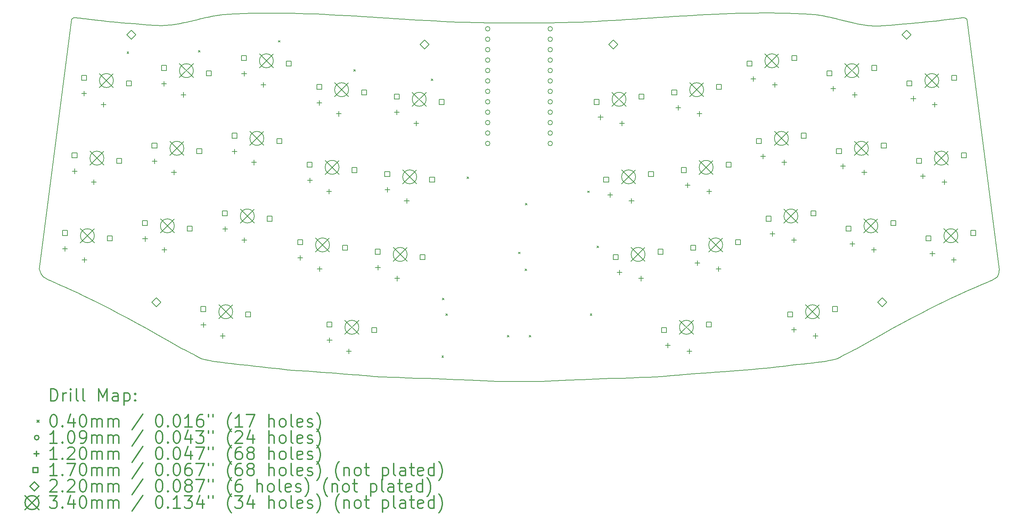
<source format=gbr>
%FSLAX45Y45*%
G04 Gerber Fmt 4.5, Leading zero omitted, Abs format (unit mm)*
G04 Created by KiCad (PCBNEW (5.1.9)-1) date 2021-11-23 16:25:23*
%MOMM*%
%LPD*%
G01*
G04 APERTURE LIST*
%TA.AperFunction,Profile*%
%ADD10C,0.200000*%
%TD*%
%ADD11C,0.200000*%
%ADD12C,0.300000*%
G04 APERTURE END LIST*
D10*
X8176252Y-12093092D02*
X7939865Y-12066799D01*
X7939865Y-12066799D02*
X7722672Y-12042770D01*
X7722672Y-12042770D02*
X7523757Y-12020844D01*
X7523757Y-12020844D02*
X7342206Y-12000860D01*
X7342206Y-12000860D02*
X7177104Y-11982658D01*
X7177104Y-11982658D02*
X7027535Y-11966078D01*
X7027535Y-11966078D02*
X6892585Y-11950959D01*
X6892585Y-11950959D02*
X6771339Y-11937142D01*
X6771339Y-11937142D02*
X6662881Y-11924465D01*
X6662881Y-11924465D02*
X6566296Y-11912770D01*
X6566296Y-11912770D02*
X6480670Y-11901894D01*
X6480670Y-11901894D02*
X6405087Y-11891679D01*
X6405087Y-11891679D02*
X6338632Y-11881963D01*
X6338632Y-11881963D02*
X6280390Y-11872587D01*
X6280390Y-11872587D02*
X6229447Y-11863390D01*
X6229447Y-11863390D02*
X6184886Y-11854211D01*
X6184886Y-11854211D02*
X6145794Y-11844891D01*
X6145794Y-11844891D02*
X6111254Y-11835269D01*
X6111254Y-11835269D02*
X6080353Y-11825185D01*
X6080353Y-11825185D02*
X6052174Y-11814479D01*
X6052174Y-11814479D02*
X6025804Y-11802990D01*
X6025804Y-11802990D02*
X6000325Y-11790557D01*
X6000325Y-11790557D02*
X5974825Y-11777022D01*
X5974825Y-11777022D02*
X5948387Y-11762222D01*
X5948387Y-11762222D02*
X5920097Y-11745999D01*
X5920097Y-11745999D02*
X5889040Y-11728191D01*
X5889040Y-11728191D02*
X5854300Y-11708639D01*
X5854300Y-11708639D02*
X5814962Y-11687182D01*
X5814962Y-11687182D02*
X5770112Y-11663659D01*
X5770112Y-11663659D02*
X5718834Y-11637911D01*
X5718834Y-11637911D02*
X5660213Y-11609777D01*
X5660213Y-11609777D02*
X5593335Y-11579098D01*
X13810486Y-12378372D02*
X13722696Y-12378370D01*
X13722696Y-12378370D02*
X13645492Y-12378350D01*
X13645492Y-12378350D02*
X13577781Y-12378293D01*
X13577781Y-12378293D02*
X13518467Y-12378182D01*
X13518467Y-12378182D02*
X13466456Y-12377997D01*
X13466456Y-12377997D02*
X13420654Y-12377722D01*
X13420654Y-12377722D02*
X13379965Y-12377338D01*
X13379965Y-12377338D02*
X13343297Y-12376826D01*
X13343297Y-12376826D02*
X13309553Y-12376169D01*
X13309553Y-12376169D02*
X13277640Y-12375348D01*
X13277640Y-12375348D02*
X13246463Y-12374346D01*
X13246463Y-12374346D02*
X13214928Y-12373143D01*
X13214928Y-12373143D02*
X13181940Y-12371723D01*
X13181940Y-12371723D02*
X13146405Y-12370066D01*
X13146405Y-12370066D02*
X13107227Y-12368154D01*
X13107227Y-12368154D02*
X13063314Y-12365970D01*
X13063314Y-12365970D02*
X13013569Y-12363495D01*
X13013569Y-12363495D02*
X12956899Y-12360711D01*
X12956899Y-12360711D02*
X12892210Y-12357600D01*
X12892210Y-12357600D02*
X12818406Y-12354144D01*
X12818406Y-12354144D02*
X12734393Y-12350324D01*
X12734393Y-12350324D02*
X12639077Y-12346123D01*
X12639077Y-12346123D02*
X12531363Y-12341522D01*
X12531363Y-12341522D02*
X12410157Y-12336502D01*
X12410157Y-12336502D02*
X12274364Y-12331047D01*
X12274364Y-12331047D02*
X12122890Y-12325137D01*
X12122890Y-12325137D02*
X11954641Y-12318755D01*
X11954641Y-12318755D02*
X11768521Y-12311882D01*
X11768521Y-12311882D02*
X11563436Y-12304501D01*
X11563436Y-12304501D02*
X11338292Y-12296592D01*
X11338292Y-12296592D02*
X11091994Y-12288138D01*
X11091994Y-12288138D02*
X10823448Y-12279121D01*
X2901443Y-3553968D02*
X2916313Y-3537524D01*
X2916313Y-3537524D02*
X2938332Y-3521150D01*
X2938332Y-3521150D02*
X2957739Y-3515432D01*
X2957739Y-3515432D02*
X2984862Y-3513606D01*
X2984862Y-3513606D02*
X3023075Y-3515447D01*
X3023075Y-3515447D02*
X3047394Y-3517671D01*
X3047394Y-3517671D02*
X3075751Y-3520726D01*
X3075751Y-3520726D02*
X3108566Y-3524585D01*
X3108566Y-3524585D02*
X3146262Y-3529218D01*
X3146262Y-3529218D02*
X3189259Y-3534597D01*
X3189259Y-3534597D02*
X3237981Y-3540694D01*
X3237981Y-3540694D02*
X3292847Y-3547481D01*
X3292847Y-3547481D02*
X3354281Y-3554929D01*
X3354281Y-3554929D02*
X3422703Y-3563009D01*
X3422703Y-3563009D02*
X3498535Y-3571694D01*
X3498535Y-3571694D02*
X3582199Y-3580955D01*
X3582199Y-3580955D02*
X3674116Y-3590764D01*
X3674116Y-3590764D02*
X3774708Y-3601092D01*
X3774708Y-3601092D02*
X3884396Y-3611910D01*
X3884396Y-3611910D02*
X4003603Y-3623191D01*
X4003603Y-3623191D02*
X4132749Y-3634907D01*
X4132749Y-3634907D02*
X4272257Y-3647028D01*
X4272257Y-3647028D02*
X4422547Y-3659526D01*
X4422547Y-3659526D02*
X4584042Y-3672374D01*
X4584042Y-3672374D02*
X4757164Y-3685542D01*
X4757164Y-3685542D02*
X4942333Y-3699002D01*
X22650450Y-3709924D02*
X22838177Y-3695471D01*
X22838177Y-3695471D02*
X23013691Y-3681373D01*
X23013691Y-3681373D02*
X23177419Y-3667655D01*
X23177419Y-3667655D02*
X23329788Y-3654345D01*
X23329788Y-3654345D02*
X23471226Y-3641467D01*
X23471226Y-3641467D02*
X23602160Y-3629050D01*
X23602160Y-3629050D02*
X23723017Y-3617118D01*
X23723017Y-3617118D02*
X23834225Y-3605699D01*
X23834225Y-3605699D02*
X23936211Y-3594819D01*
X23936211Y-3594819D02*
X24029402Y-3584504D01*
X24029402Y-3584504D02*
X24114226Y-3574781D01*
X24114226Y-3574781D02*
X24191110Y-3565676D01*
X24191110Y-3565676D02*
X24260481Y-3557215D01*
X24260481Y-3557215D02*
X24322768Y-3549425D01*
X24322768Y-3549425D02*
X24378396Y-3542332D01*
X24378396Y-3542332D02*
X24427794Y-3535962D01*
X24427794Y-3535962D02*
X24471389Y-3530343D01*
X24471389Y-3530343D02*
X24509608Y-3525499D01*
X24509608Y-3525499D02*
X24542878Y-3521459D01*
X24542878Y-3521459D02*
X24571628Y-3518247D01*
X24571628Y-3518247D02*
X24596284Y-3515890D01*
X24596284Y-3515890D02*
X24617273Y-3514416D01*
X24617273Y-3514416D02*
X24649962Y-3514217D01*
X24649962Y-3514217D02*
X24673114Y-3517862D01*
X24673114Y-3517862D02*
X24697438Y-3530998D01*
X24697438Y-3530998D02*
X24711704Y-3545174D01*
X24711704Y-3545174D02*
X24719534Y-3553968D01*
X2116329Y-9643110D02*
X2901443Y-3553968D01*
X24719534Y-3553968D02*
X25504394Y-9653016D01*
X14695932Y-3634232D02*
X14890182Y-3630260D01*
X14890182Y-3630260D02*
X15084439Y-3624845D01*
X15084439Y-3624845D02*
X15278702Y-3618116D01*
X15278702Y-3618116D02*
X15472969Y-3610200D01*
X15472969Y-3610200D02*
X15667238Y-3601227D01*
X15667238Y-3601227D02*
X15861510Y-3591325D01*
X15861510Y-3591325D02*
X16055783Y-3580622D01*
X16055783Y-3580622D02*
X16250054Y-3569248D01*
X16250054Y-3569248D02*
X16444324Y-3557330D01*
X16444324Y-3557330D02*
X16638592Y-3544998D01*
X16638592Y-3544998D02*
X16832855Y-3532380D01*
X16832855Y-3532380D02*
X17027112Y-3519604D01*
X17027112Y-3519604D02*
X17221363Y-3506799D01*
X17221363Y-3506799D02*
X17415607Y-3494094D01*
X17415607Y-3494094D02*
X17609841Y-3481617D01*
X17609841Y-3481617D02*
X17804065Y-3469496D01*
X17804065Y-3469496D02*
X17998278Y-3457861D01*
X17998278Y-3457861D02*
X18192478Y-3446840D01*
X18192478Y-3446840D02*
X18386664Y-3436561D01*
X18386664Y-3436561D02*
X18580835Y-3427154D01*
X18580835Y-3427154D02*
X18774990Y-3418746D01*
X18774990Y-3418746D02*
X18969128Y-3411466D01*
X18969128Y-3411466D02*
X19163247Y-3405442D01*
X19163247Y-3405442D02*
X19357346Y-3400804D01*
X19357346Y-3400804D02*
X19551424Y-3397680D01*
X19551424Y-3397680D02*
X19745480Y-3396199D01*
X19745480Y-3396199D02*
X19939512Y-3396488D01*
X19939512Y-3396488D02*
X20133520Y-3398677D01*
X20133520Y-3398677D02*
X20327502Y-3402894D01*
X20327502Y-3402894D02*
X20521457Y-3409268D01*
X20521457Y-3409268D02*
X20715383Y-3417927D01*
X20715383Y-3417927D02*
X20909280Y-3429000D01*
X10823448Y-12279121D02*
X10746033Y-12276546D01*
X10746033Y-12276546D02*
X10677952Y-12274263D01*
X10677952Y-12274263D02*
X10618235Y-12272222D01*
X10618235Y-12272222D02*
X10565916Y-12270373D01*
X10565916Y-12270373D02*
X10520028Y-12268666D01*
X10520028Y-12268666D02*
X10479602Y-12267050D01*
X10479602Y-12267050D02*
X10443672Y-12265476D01*
X10443672Y-12265476D02*
X10411269Y-12263894D01*
X10411269Y-12263894D02*
X10381426Y-12262252D01*
X10381426Y-12262252D02*
X10353176Y-12260503D01*
X10353176Y-12260503D02*
X10325550Y-12258594D01*
X10325550Y-12258594D02*
X10297582Y-12256477D01*
X10297582Y-12256477D02*
X10268304Y-12254100D01*
X10268304Y-12254100D02*
X10236748Y-12251415D01*
X10236748Y-12251415D02*
X10201947Y-12248370D01*
X10201947Y-12248370D02*
X10162934Y-12244916D01*
X10162934Y-12244916D02*
X10118740Y-12241002D01*
X10118740Y-12241002D02*
X10068397Y-12236579D01*
X10068397Y-12236579D02*
X10010940Y-12231596D01*
X10010940Y-12231596D02*
X9945400Y-12226003D01*
X9945400Y-12226003D02*
X9870809Y-12219751D01*
X9870809Y-12219751D02*
X9786199Y-12212788D01*
X9786199Y-12212788D02*
X9690605Y-12205066D01*
X9690605Y-12205066D02*
X9583057Y-12196533D01*
X9583057Y-12196533D02*
X9462588Y-12187140D01*
X9462588Y-12187140D02*
X9328231Y-12176837D01*
X9328231Y-12176837D02*
X9179018Y-12165573D01*
X9179018Y-12165573D02*
X9013982Y-12153298D01*
X9013982Y-12153298D02*
X8832155Y-12139963D01*
X8832155Y-12139963D02*
X8632569Y-12125517D01*
X8632569Y-12125517D02*
X8414258Y-12109910D01*
X8414258Y-12109910D02*
X8176252Y-12093092D01*
X12917932Y-3634232D02*
X12973488Y-3635120D01*
X12973488Y-3635120D02*
X13029045Y-3635952D01*
X13029045Y-3635952D02*
X13084603Y-3636726D01*
X13084603Y-3636726D02*
X13140162Y-3637442D01*
X13140162Y-3637442D02*
X13195723Y-3638101D01*
X13195723Y-3638101D02*
X13251284Y-3638703D01*
X13251284Y-3638703D02*
X13306846Y-3639248D01*
X13306846Y-3639248D02*
X13362410Y-3639735D01*
X13362410Y-3639735D02*
X13417973Y-3640165D01*
X13417973Y-3640165D02*
X13473538Y-3640538D01*
X13473538Y-3640538D02*
X13529103Y-3640853D01*
X13529103Y-3640853D02*
X13584668Y-3641111D01*
X13584668Y-3641111D02*
X13640234Y-3641312D01*
X13640234Y-3641312D02*
X13695800Y-3641455D01*
X13695800Y-3641455D02*
X13751366Y-3641541D01*
X13751366Y-3641541D02*
X13806932Y-3641570D01*
X13806932Y-3641570D02*
X13862498Y-3641541D01*
X13862498Y-3641541D02*
X13918065Y-3641455D01*
X13918065Y-3641455D02*
X13973631Y-3641312D01*
X13973631Y-3641312D02*
X14029196Y-3641111D01*
X14029196Y-3641111D02*
X14084762Y-3640853D01*
X14084762Y-3640853D02*
X14140327Y-3640538D01*
X14140327Y-3640538D02*
X14195891Y-3640165D01*
X14195891Y-3640165D02*
X14251455Y-3639735D01*
X14251455Y-3639735D02*
X14307018Y-3639248D01*
X14307018Y-3639248D02*
X14362580Y-3638704D01*
X14362580Y-3638704D02*
X14418142Y-3638102D01*
X14418142Y-3638102D02*
X14473702Y-3637442D01*
X14473702Y-3637442D02*
X14529261Y-3636726D01*
X14529261Y-3636726D02*
X14584820Y-3635952D01*
X14584820Y-3635952D02*
X14640376Y-3635120D01*
X14640376Y-3635120D02*
X14695932Y-3634232D01*
X5593335Y-11579098D02*
X5288647Y-11403491D01*
X5288647Y-11403491D02*
X5003013Y-11241195D01*
X5003013Y-11241195D02*
X4735791Y-11091622D01*
X4735791Y-11091622D02*
X4486342Y-10954182D01*
X4486342Y-10954182D02*
X4254025Y-10828287D01*
X4254025Y-10828287D02*
X4038199Y-10713349D01*
X4038199Y-10713349D02*
X3838224Y-10608780D01*
X3838224Y-10608780D02*
X3653458Y-10513991D01*
X3653458Y-10513991D02*
X3483261Y-10428393D01*
X3483261Y-10428393D02*
X3326993Y-10351398D01*
X3326993Y-10351398D02*
X3184012Y-10282418D01*
X3184012Y-10282418D02*
X3053679Y-10220865D01*
X3053679Y-10220865D02*
X2935352Y-10166149D01*
X2935352Y-10166149D02*
X2828391Y-10117682D01*
X2828391Y-10117682D02*
X2732156Y-10074877D01*
X2732156Y-10074877D02*
X2646005Y-10037144D01*
X2646005Y-10037144D02*
X2569298Y-10003895D01*
X2569298Y-10003895D02*
X2501394Y-9974542D01*
X2501394Y-9974542D02*
X2441653Y-9948495D01*
X2441653Y-9948495D02*
X2389434Y-9925168D01*
X2389434Y-9925168D02*
X2344097Y-9903971D01*
X2344097Y-9903971D02*
X2305000Y-9884316D01*
X2305000Y-9884316D02*
X2271503Y-9865614D01*
X2271503Y-9865614D02*
X2242966Y-9847277D01*
X2242966Y-9847277D02*
X2218747Y-9828717D01*
X2218747Y-9828717D02*
X2198207Y-9809345D01*
X2198207Y-9809345D02*
X2180704Y-9788572D01*
X2180704Y-9788572D02*
X2165598Y-9765811D01*
X2165598Y-9765811D02*
X2152248Y-9740473D01*
X2152248Y-9740473D02*
X2140013Y-9711968D01*
X2140013Y-9711968D02*
X2128254Y-9679710D01*
X2128254Y-9679710D02*
X2116329Y-9643110D01*
X19446470Y-12092684D02*
X19208993Y-12108393D01*
X19208993Y-12108393D02*
X18991136Y-12123034D01*
X18991136Y-12123034D02*
X18791935Y-12136650D01*
X18791935Y-12136650D02*
X18610426Y-12149285D01*
X18610426Y-12149285D02*
X18445645Y-12160980D01*
X18445645Y-12160980D02*
X18296628Y-12171780D01*
X18296628Y-12171780D02*
X18162411Y-12181726D01*
X18162411Y-12181726D02*
X18042031Y-12190863D01*
X18042031Y-12190863D02*
X17934522Y-12199234D01*
X17934522Y-12199234D02*
X17838922Y-12206880D01*
X17838922Y-12206880D02*
X17754267Y-12213846D01*
X17754267Y-12213846D02*
X17679592Y-12220175D01*
X17679592Y-12220175D02*
X17613933Y-12225908D01*
X17613933Y-12225908D02*
X17556328Y-12231091D01*
X17556328Y-12231091D02*
X17505810Y-12235764D01*
X17505810Y-12235764D02*
X17461418Y-12239973D01*
X17461418Y-12239973D02*
X17422186Y-12243758D01*
X17422186Y-12243758D02*
X17387151Y-12247165D01*
X17387151Y-12247165D02*
X17355349Y-12250235D01*
X17355349Y-12250235D02*
X17325816Y-12253012D01*
X17325816Y-12253012D02*
X17297589Y-12255538D01*
X17297589Y-12255538D02*
X17269702Y-12257858D01*
X17269702Y-12257858D02*
X17241192Y-12260013D01*
X17241192Y-12260013D02*
X17211096Y-12262047D01*
X17211096Y-12262047D02*
X17178449Y-12264003D01*
X17178449Y-12264003D02*
X17142287Y-12265923D01*
X17142287Y-12265923D02*
X17101646Y-12267852D01*
X17101646Y-12267852D02*
X17055564Y-12269832D01*
X17055564Y-12269832D02*
X17003074Y-12271906D01*
X17003074Y-12271906D02*
X16943215Y-12274116D01*
X16943215Y-12274116D02*
X16875021Y-12276507D01*
X16875021Y-12276507D02*
X16797528Y-12279121D01*
X22031452Y-11579098D02*
X21964439Y-11609653D01*
X21964439Y-11609653D02*
X21905705Y-11637678D01*
X21905705Y-11637678D02*
X21854333Y-11663332D01*
X21854333Y-11663332D02*
X21809405Y-11686775D01*
X21809405Y-11686775D02*
X21770006Y-11708166D01*
X21770006Y-11708166D02*
X21735219Y-11727664D01*
X21735219Y-11727664D02*
X21704127Y-11745428D01*
X21704127Y-11745428D02*
X21675813Y-11761620D01*
X21675813Y-11761620D02*
X21649361Y-11776396D01*
X21649361Y-11776396D02*
X21623854Y-11789919D01*
X21623854Y-11789919D02*
X21598375Y-11802345D01*
X21598375Y-11802345D02*
X21572008Y-11813836D01*
X21572008Y-11813836D02*
X21543836Y-11824551D01*
X21543836Y-11824551D02*
X21512943Y-11834648D01*
X21512943Y-11834648D02*
X21478411Y-11844288D01*
X21478411Y-11844288D02*
X21439324Y-11853630D01*
X21439324Y-11853630D02*
X21394766Y-11862833D01*
X21394766Y-11862833D02*
X21343819Y-11872058D01*
X21343819Y-11872058D02*
X21285568Y-11881462D01*
X21285568Y-11881462D02*
X21219095Y-11891207D01*
X21219095Y-11891207D02*
X21143484Y-11901450D01*
X21143484Y-11901450D02*
X21057817Y-11912352D01*
X21057817Y-11912352D02*
X20961180Y-11924073D01*
X20961180Y-11924073D02*
X20852654Y-11936771D01*
X20852654Y-11936771D02*
X20731323Y-11950606D01*
X20731323Y-11950606D02*
X20596270Y-11965738D01*
X20596270Y-11965738D02*
X20446580Y-11982325D01*
X20446580Y-11982325D02*
X20281334Y-12000528D01*
X20281334Y-12000528D02*
X20099617Y-12020506D01*
X20099617Y-12020506D02*
X19900512Y-12042418D01*
X19900512Y-12042418D02*
X19683102Y-12066425D01*
X19683102Y-12066425D02*
X19446470Y-12092684D01*
X16797528Y-12279121D02*
X16528982Y-12288138D01*
X16528982Y-12288138D02*
X16282684Y-12296592D01*
X16282684Y-12296592D02*
X16057540Y-12304500D01*
X16057540Y-12304500D02*
X15852454Y-12311881D01*
X15852454Y-12311881D02*
X15666334Y-12318754D01*
X15666334Y-12318754D02*
X15498084Y-12325135D01*
X15498084Y-12325135D02*
X15346610Y-12331044D01*
X15346610Y-12331044D02*
X15210817Y-12336499D01*
X15210817Y-12336499D02*
X15089610Y-12341517D01*
X15089610Y-12341517D02*
X14981896Y-12346118D01*
X14981896Y-12346118D02*
X14886580Y-12350319D01*
X14886580Y-12350319D02*
X14802567Y-12354138D01*
X14802567Y-12354138D02*
X14728763Y-12357593D01*
X14728763Y-12357593D02*
X14664073Y-12360704D01*
X14664073Y-12360704D02*
X14607404Y-12363487D01*
X14607404Y-12363487D02*
X14557659Y-12365961D01*
X14557659Y-12365961D02*
X14513745Y-12368145D01*
X14513745Y-12368145D02*
X14474568Y-12370056D01*
X14474568Y-12370056D02*
X14439032Y-12371712D01*
X14439032Y-12371712D02*
X14406044Y-12373133D01*
X14406044Y-12373133D02*
X14374509Y-12374335D01*
X14374509Y-12374335D02*
X14343332Y-12375338D01*
X14343332Y-12375338D02*
X14311419Y-12376159D01*
X14311419Y-12376159D02*
X14277675Y-12376816D01*
X14277675Y-12376816D02*
X14241007Y-12377328D01*
X14241007Y-12377328D02*
X14200318Y-12377713D01*
X14200318Y-12377713D02*
X14154516Y-12377989D01*
X14154516Y-12377989D02*
X14102505Y-12378175D01*
X14102505Y-12378175D02*
X14043191Y-12378287D01*
X14043191Y-12378287D02*
X13975480Y-12378346D01*
X13975480Y-12378346D02*
X13898276Y-12378368D01*
X13898276Y-12378368D02*
X13810486Y-12378372D01*
X25504394Y-9653016D02*
X25501269Y-9689348D01*
X25501269Y-9689348D02*
X25497316Y-9721314D01*
X25497316Y-9721314D02*
X25491938Y-9749505D01*
X25491938Y-9749505D02*
X25484537Y-9774509D01*
X25484537Y-9774509D02*
X25474518Y-9796919D01*
X25474518Y-9796919D02*
X25461281Y-9817325D01*
X25461281Y-9817325D02*
X25444230Y-9836317D01*
X25444230Y-9836317D02*
X25422769Y-9854486D01*
X25422769Y-9854486D02*
X25396298Y-9872423D01*
X25396298Y-9872423D02*
X25364222Y-9890717D01*
X25364222Y-9890717D02*
X25325943Y-9909961D01*
X25325943Y-9909961D02*
X25280863Y-9930743D01*
X25280863Y-9930743D02*
X25228386Y-9953655D01*
X25228386Y-9953655D02*
X25167915Y-9979287D01*
X25167915Y-9979287D02*
X25098851Y-10008231D01*
X25098851Y-10008231D02*
X25020598Y-10041076D01*
X25020598Y-10041076D02*
X24932558Y-10078413D01*
X24932558Y-10078413D02*
X24834135Y-10120832D01*
X24834135Y-10120832D02*
X24724731Y-10168925D01*
X24724731Y-10168925D02*
X24603748Y-10223281D01*
X24603748Y-10223281D02*
X24470590Y-10284492D01*
X24470590Y-10284492D02*
X24324659Y-10353147D01*
X24324659Y-10353147D02*
X24165358Y-10429838D01*
X24165358Y-10429838D02*
X23992090Y-10515155D01*
X23992090Y-10515155D02*
X23804257Y-10609689D01*
X23804257Y-10609689D02*
X23601262Y-10714030D01*
X23601262Y-10714030D02*
X23382509Y-10828769D01*
X23382509Y-10828769D02*
X23147399Y-10954496D01*
X23147399Y-10954496D02*
X22895336Y-11091801D01*
X22895336Y-11091801D02*
X22625721Y-11241276D01*
X22625721Y-11241276D02*
X22337959Y-11403512D01*
X22337959Y-11403512D02*
X22031452Y-11579098D01*
X4942333Y-3699002D02*
X4997850Y-3702033D01*
X4997850Y-3702033D02*
X5053277Y-3703299D01*
X5053277Y-3703299D02*
X5108620Y-3702901D01*
X5108620Y-3702901D02*
X5163884Y-3700943D01*
X5163884Y-3700943D02*
X5219075Y-3697526D01*
X5219075Y-3697526D02*
X5274201Y-3692754D01*
X5274201Y-3692754D02*
X5329266Y-3686729D01*
X5329266Y-3686729D02*
X5384278Y-3679553D01*
X5384278Y-3679553D02*
X5439241Y-3671330D01*
X5439241Y-3671330D02*
X5494164Y-3662162D01*
X5494164Y-3662162D02*
X5549050Y-3652151D01*
X5549050Y-3652151D02*
X5603907Y-3641400D01*
X5603907Y-3641400D02*
X5658742Y-3630012D01*
X5658742Y-3630012D02*
X5713558Y-3618089D01*
X5713558Y-3618089D02*
X5768364Y-3605734D01*
X5768364Y-3605734D02*
X5823166Y-3593050D01*
X5823166Y-3593050D02*
X5877968Y-3580138D01*
X5877968Y-3580138D02*
X5932778Y-3567102D01*
X5932778Y-3567102D02*
X5987601Y-3554045D01*
X5987601Y-3554045D02*
X6042444Y-3541068D01*
X6042444Y-3541068D02*
X6097313Y-3528275D01*
X6097313Y-3528275D02*
X6152214Y-3515767D01*
X6152214Y-3515767D02*
X6207153Y-3503649D01*
X6207153Y-3503649D02*
X6262137Y-3492021D01*
X6262137Y-3492021D02*
X6317170Y-3480988D01*
X6317170Y-3480988D02*
X6372260Y-3470651D01*
X6372260Y-3470651D02*
X6427413Y-3461113D01*
X6427413Y-3461113D02*
X6482634Y-3452477D01*
X6482634Y-3452477D02*
X6537931Y-3444845D01*
X6537931Y-3444845D02*
X6593308Y-3438319D01*
X6593308Y-3438319D02*
X6648773Y-3433004D01*
X6648773Y-3433004D02*
X6704331Y-3429000D01*
X6704331Y-3429000D02*
X6898280Y-3418646D01*
X6898280Y-3418646D02*
X7092253Y-3410615D01*
X7092253Y-3410615D02*
X7286249Y-3404782D01*
X7286249Y-3404782D02*
X7480267Y-3401024D01*
X7480267Y-3401024D02*
X7674306Y-3399216D01*
X7674306Y-3399216D02*
X7868365Y-3399234D01*
X7868365Y-3399234D02*
X8062443Y-3400954D01*
X8062443Y-3400954D02*
X8256540Y-3404253D01*
X8256540Y-3404253D02*
X8450654Y-3409005D01*
X8450654Y-3409005D02*
X8644785Y-3415088D01*
X8644785Y-3415088D02*
X8838931Y-3422376D01*
X8838931Y-3422376D02*
X9033092Y-3430746D01*
X9033092Y-3430746D02*
X9227266Y-3440073D01*
X9227266Y-3440073D02*
X9421453Y-3450235D01*
X9421453Y-3450235D02*
X9615652Y-3461105D01*
X9615652Y-3461105D02*
X9809861Y-3472562D01*
X9809861Y-3472562D02*
X10004081Y-3484479D01*
X10004081Y-3484479D02*
X10198309Y-3496734D01*
X10198309Y-3496734D02*
X10392546Y-3509202D01*
X10392546Y-3509202D02*
X10586790Y-3521759D01*
X10586790Y-3521759D02*
X10781040Y-3534281D01*
X10781040Y-3534281D02*
X10975295Y-3546645D01*
X10975295Y-3546645D02*
X11169554Y-3558725D01*
X11169554Y-3558725D02*
X11363817Y-3570397D01*
X11363817Y-3570397D02*
X11558083Y-3581539D01*
X11558083Y-3581539D02*
X11752350Y-3592025D01*
X11752350Y-3592025D02*
X11946617Y-3601732D01*
X11946617Y-3601732D02*
X12140885Y-3610535D01*
X12140885Y-3610535D02*
X12335151Y-3618311D01*
X12335151Y-3618311D02*
X12529415Y-3624935D01*
X12529415Y-3624935D02*
X12723675Y-3630283D01*
X12723675Y-3630283D02*
X12917932Y-3634232D01*
X20909280Y-3429000D02*
X20964231Y-3433212D01*
X20964231Y-3433212D02*
X21019081Y-3438785D01*
X21019081Y-3438785D02*
X21073835Y-3445614D01*
X21073835Y-3445614D02*
X21128502Y-3453590D01*
X21128502Y-3453590D02*
X21183086Y-3462607D01*
X21183086Y-3462607D02*
X21237596Y-3472559D01*
X21237596Y-3472559D02*
X21292038Y-3483339D01*
X21292038Y-3483339D02*
X21346418Y-3494840D01*
X21346418Y-3494840D02*
X21400743Y-3506956D01*
X21400743Y-3506956D02*
X21455020Y-3519579D01*
X21455020Y-3519579D02*
X21509256Y-3532604D01*
X21509256Y-3532604D02*
X21563456Y-3545924D01*
X21563456Y-3545924D02*
X21617629Y-3559432D01*
X21617629Y-3559432D02*
X21671780Y-3573021D01*
X21671780Y-3573021D02*
X21725916Y-3586584D01*
X21725916Y-3586584D02*
X21780045Y-3600016D01*
X21780045Y-3600016D02*
X21834171Y-3613209D01*
X21834171Y-3613209D02*
X21888304Y-3626056D01*
X21888304Y-3626056D02*
X21942448Y-3638451D01*
X21942448Y-3638451D02*
X21996610Y-3650288D01*
X21996610Y-3650288D02*
X22050798Y-3661460D01*
X22050798Y-3661460D02*
X22105019Y-3671859D01*
X22105019Y-3671859D02*
X22159277Y-3681380D01*
X22159277Y-3681380D02*
X22213581Y-3689915D01*
X22213581Y-3689915D02*
X22267938Y-3697358D01*
X22267938Y-3697358D02*
X22322353Y-3703603D01*
X22322353Y-3703603D02*
X22376833Y-3708542D01*
X22376833Y-3708542D02*
X22431385Y-3712069D01*
X22431385Y-3712069D02*
X22486017Y-3714077D01*
X22486017Y-3714077D02*
X22540733Y-3714460D01*
X22540733Y-3714460D02*
X22595542Y-3713112D01*
X22595542Y-3713112D02*
X22650450Y-3709924D01*
D11*
X4252916Y-4341324D02*
X4292916Y-4381324D01*
X4292916Y-4341324D02*
X4252916Y-4381324D01*
X5993437Y-4309105D02*
X6033437Y-4349105D01*
X6033437Y-4309105D02*
X5993437Y-4349105D01*
X7942278Y-4068566D02*
X7982278Y-4108566D01*
X7982278Y-4068566D02*
X7942278Y-4108566D01*
X9775038Y-4773427D02*
X9815038Y-4813427D01*
X9815038Y-4773427D02*
X9775038Y-4813427D01*
X11665839Y-5005588D02*
X11705839Y-5045588D01*
X11705839Y-5005588D02*
X11665839Y-5045588D01*
X11923080Y-11750360D02*
X11963080Y-11790360D01*
X11963080Y-11750360D02*
X11923080Y-11790360D01*
X11935780Y-10348280D02*
X11975780Y-10388280D01*
X11975780Y-10348280D02*
X11935780Y-10388280D01*
X12022140Y-10729280D02*
X12062140Y-10769280D01*
X12062140Y-10729280D02*
X12022140Y-10769280D01*
X12535220Y-7389180D02*
X12575220Y-7429180D01*
X12575220Y-7389180D02*
X12535220Y-7429180D01*
X13518200Y-11248733D02*
X13558200Y-11288733D01*
X13558200Y-11248733D02*
X13518200Y-11288733D01*
X13789980Y-9223060D02*
X13829980Y-9263060D01*
X13829980Y-9223060D02*
X13789980Y-9263060D01*
X13952540Y-9632000D02*
X13992540Y-9672000D01*
X13992540Y-9632000D02*
X13952540Y-9672000D01*
X13959282Y-8031800D02*
X13999282Y-8071800D01*
X13999282Y-8031800D02*
X13959282Y-8071800D01*
X14054140Y-11248733D02*
X14094140Y-11288733D01*
X14094140Y-11248733D02*
X14054140Y-11288733D01*
X15473576Y-7734620D02*
X15513576Y-7774620D01*
X15513576Y-7734620D02*
X15473576Y-7774620D01*
X15540040Y-10726740D02*
X15580040Y-10766740D01*
X15580040Y-10726740D02*
X15540040Y-10766740D01*
X15702600Y-9073200D02*
X15742600Y-9113200D01*
X15742600Y-9073200D02*
X15702600Y-9113200D01*
X13094970Y-3782060D02*
G75*
G03*
X13094970Y-3782060I-54610J0D01*
G01*
X13094970Y-4036060D02*
G75*
G03*
X13094970Y-4036060I-54610J0D01*
G01*
X13094970Y-4290060D02*
G75*
G03*
X13094970Y-4290060I-54610J0D01*
G01*
X13094970Y-4544060D02*
G75*
G03*
X13094970Y-4544060I-54610J0D01*
G01*
X13094970Y-4798060D02*
G75*
G03*
X13094970Y-4798060I-54610J0D01*
G01*
X13094970Y-5052060D02*
G75*
G03*
X13094970Y-5052060I-54610J0D01*
G01*
X13094970Y-5306060D02*
G75*
G03*
X13094970Y-5306060I-54610J0D01*
G01*
X13094970Y-5560060D02*
G75*
G03*
X13094970Y-5560060I-54610J0D01*
G01*
X13094970Y-5814060D02*
G75*
G03*
X13094970Y-5814060I-54610J0D01*
G01*
X13094970Y-6068060D02*
G75*
G03*
X13094970Y-6068060I-54610J0D01*
G01*
X13094970Y-6322060D02*
G75*
G03*
X13094970Y-6322060I-54610J0D01*
G01*
X13094970Y-6576060D02*
G75*
G03*
X13094970Y-6576060I-54610J0D01*
G01*
X14618970Y-3782060D02*
G75*
G03*
X14618970Y-3782060I-54610J0D01*
G01*
X14618970Y-4036060D02*
G75*
G03*
X14618970Y-4036060I-54610J0D01*
G01*
X14618970Y-4290060D02*
G75*
G03*
X14618970Y-4290060I-54610J0D01*
G01*
X14618970Y-4544060D02*
G75*
G03*
X14618970Y-4544060I-54610J0D01*
G01*
X14618970Y-4798060D02*
G75*
G03*
X14618970Y-4798060I-54610J0D01*
G01*
X14618970Y-5052060D02*
G75*
G03*
X14618970Y-5052060I-54610J0D01*
G01*
X14618970Y-5306060D02*
G75*
G03*
X14618970Y-5306060I-54610J0D01*
G01*
X14618970Y-5560060D02*
G75*
G03*
X14618970Y-5560060I-54610J0D01*
G01*
X14618970Y-5814060D02*
G75*
G03*
X14618970Y-5814060I-54610J0D01*
G01*
X14618970Y-6068060D02*
G75*
G03*
X14618970Y-6068060I-54610J0D01*
G01*
X14618970Y-6322060D02*
G75*
G03*
X14618970Y-6322060I-54610J0D01*
G01*
X14618970Y-6576060D02*
G75*
G03*
X14618970Y-6576060I-54610J0D01*
G01*
X2743675Y-9080736D02*
X2743675Y-9200736D01*
X2683675Y-9140736D02*
X2803675Y-9140736D01*
X2975836Y-7189936D02*
X2975836Y-7309936D01*
X2915836Y-7249936D02*
X3035836Y-7249936D01*
X3207997Y-5299135D02*
X3207997Y-5419135D01*
X3147997Y-5359135D02*
X3267997Y-5359135D01*
X3214355Y-9350105D02*
X3214355Y-9470105D01*
X3154355Y-9410105D02*
X3274355Y-9410105D01*
X3446516Y-7459305D02*
X3446516Y-7579305D01*
X3386516Y-7519305D02*
X3506516Y-7519305D01*
X3678677Y-5568505D02*
X3678677Y-5688504D01*
X3618677Y-5628504D02*
X3738677Y-5628504D01*
X4692516Y-8840197D02*
X4692516Y-8960197D01*
X4632516Y-8900197D02*
X4752516Y-8900197D01*
X4924677Y-6949397D02*
X4924677Y-7069397D01*
X4864677Y-7009397D02*
X4984677Y-7009397D01*
X5156838Y-5058596D02*
X5156838Y-5178596D01*
X5096838Y-5118596D02*
X5216838Y-5118596D01*
X5163196Y-9109566D02*
X5163196Y-9229566D01*
X5103196Y-9169566D02*
X5223196Y-9169566D01*
X5395357Y-7218766D02*
X5395357Y-7338766D01*
X5335357Y-7278766D02*
X5455357Y-7278766D01*
X5627518Y-5327966D02*
X5627518Y-5447966D01*
X5567518Y-5387966D02*
X5687518Y-5387966D01*
X6114829Y-10934142D02*
X6114829Y-11054142D01*
X6054829Y-10994142D02*
X6174829Y-10994142D01*
X6585510Y-11203511D02*
X6585510Y-11323511D01*
X6525510Y-11263511D02*
X6645510Y-11263511D01*
X6641356Y-8599658D02*
X6641356Y-8719658D01*
X6581356Y-8659658D02*
X6701356Y-8659658D01*
X6873517Y-6708858D02*
X6873517Y-6828858D01*
X6813517Y-6768858D02*
X6933517Y-6768858D01*
X7105678Y-4818057D02*
X7105678Y-4938057D01*
X7045678Y-4878057D02*
X7165678Y-4878057D01*
X7112037Y-8869027D02*
X7112037Y-8989027D01*
X7052037Y-8929027D02*
X7172037Y-8929027D01*
X7344198Y-6978227D02*
X7344198Y-7098227D01*
X7284198Y-7038227D02*
X7404198Y-7038227D01*
X7576359Y-5087427D02*
X7576359Y-5207427D01*
X7516359Y-5147427D02*
X7636359Y-5147427D01*
X8474116Y-9304519D02*
X8474116Y-9424519D01*
X8414116Y-9364519D02*
X8534116Y-9364519D01*
X8706277Y-7413719D02*
X8706277Y-7533719D01*
X8646277Y-7473719D02*
X8766277Y-7473719D01*
X8938439Y-5522918D02*
X8938439Y-5642918D01*
X8878439Y-5582918D02*
X8998439Y-5582918D01*
X8944797Y-9573889D02*
X8944797Y-9693889D01*
X8884797Y-9633889D02*
X9004797Y-9633889D01*
X9176958Y-7683088D02*
X9176958Y-7803088D01*
X9116958Y-7743088D02*
X9236958Y-7743088D01*
X9187355Y-11311400D02*
X9187355Y-11431400D01*
X9127355Y-11371400D02*
X9247355Y-11371400D01*
X9409119Y-5792288D02*
X9409119Y-5912288D01*
X9349119Y-5852288D02*
X9469119Y-5852288D01*
X9658036Y-11580769D02*
X9658036Y-11700769D01*
X9598036Y-11640769D02*
X9718036Y-11640769D01*
X10364917Y-9536680D02*
X10364917Y-9656680D01*
X10304917Y-9596680D02*
X10424917Y-9596680D01*
X10597078Y-7645880D02*
X10597078Y-7765880D01*
X10537078Y-7705880D02*
X10657078Y-7705880D01*
X10829239Y-5755079D02*
X10829239Y-5875079D01*
X10769239Y-5815079D02*
X10889239Y-5815079D01*
X10835597Y-9806050D02*
X10835597Y-9926050D01*
X10775597Y-9866050D02*
X10895597Y-9866050D01*
X11067758Y-7915249D02*
X11067758Y-8035249D01*
X11007758Y-7975249D02*
X11127758Y-7975249D01*
X11299919Y-6024449D02*
X11299919Y-6144449D01*
X11239919Y-6084449D02*
X11359919Y-6084449D01*
X15791215Y-5876949D02*
X15791215Y-5996949D01*
X15731215Y-5936949D02*
X15851215Y-5936949D01*
X16023376Y-7767749D02*
X16023376Y-7887749D01*
X15963376Y-7827749D02*
X16083376Y-7827749D01*
X16255537Y-9658550D02*
X16255537Y-9778550D01*
X16195537Y-9718550D02*
X16315537Y-9718550D01*
X16313081Y-6024449D02*
X16313081Y-6144449D01*
X16253081Y-6084449D02*
X16373081Y-6084449D01*
X16545242Y-7915249D02*
X16545242Y-8035249D01*
X16485242Y-7975249D02*
X16605242Y-7975249D01*
X16777403Y-9806050D02*
X16777403Y-9926050D01*
X16717403Y-9866050D02*
X16837403Y-9866050D01*
X17433099Y-11433269D02*
X17433099Y-11553269D01*
X17373099Y-11493269D02*
X17493099Y-11493269D01*
X17682015Y-5644788D02*
X17682015Y-5764788D01*
X17622015Y-5704788D02*
X17742015Y-5704788D01*
X17914177Y-7535588D02*
X17914177Y-7655588D01*
X17854177Y-7595588D02*
X17974177Y-7595588D01*
X17954964Y-11580769D02*
X17954964Y-11700769D01*
X17894964Y-11640769D02*
X18014964Y-11640769D01*
X18146338Y-9426389D02*
X18146338Y-9546389D01*
X18086338Y-9486389D02*
X18206338Y-9486389D01*
X18203881Y-5792288D02*
X18203881Y-5912288D01*
X18143881Y-5852288D02*
X18263881Y-5852288D01*
X18436042Y-7683088D02*
X18436042Y-7803088D01*
X18376042Y-7743088D02*
X18496042Y-7743088D01*
X18668203Y-9573889D02*
X18668203Y-9693889D01*
X18608203Y-9633889D02*
X18728203Y-9633889D01*
X19514776Y-4939927D02*
X19514776Y-5059927D01*
X19454776Y-4999927D02*
X19574776Y-4999927D01*
X19746937Y-6830727D02*
X19746937Y-6950727D01*
X19686937Y-6890727D02*
X19806937Y-6890727D01*
X19979098Y-8721527D02*
X19979098Y-8841527D01*
X19919098Y-8781527D02*
X20039098Y-8781527D01*
X20036641Y-5087427D02*
X20036641Y-5207427D01*
X19976641Y-5147427D02*
X20096641Y-5147427D01*
X20268802Y-6978227D02*
X20268802Y-7098227D01*
X20208802Y-7038227D02*
X20328802Y-7038227D01*
X20500963Y-8869027D02*
X20500963Y-8989027D01*
X20440963Y-8929027D02*
X20560963Y-8929027D01*
X20505624Y-11056011D02*
X20505624Y-11176011D01*
X20445624Y-11116011D02*
X20565624Y-11116011D01*
X21027490Y-11203511D02*
X21027490Y-11323511D01*
X20967490Y-11263511D02*
X21087490Y-11263511D01*
X21463616Y-5180466D02*
X21463616Y-5300466D01*
X21403616Y-5240466D02*
X21523616Y-5240466D01*
X21695777Y-7071266D02*
X21695777Y-7191266D01*
X21635777Y-7131266D02*
X21755777Y-7131266D01*
X21927938Y-8962066D02*
X21927938Y-9082066D01*
X21867938Y-9022066D02*
X21987938Y-9022066D01*
X21985482Y-5327966D02*
X21985482Y-5447966D01*
X21925482Y-5387966D02*
X22045482Y-5387966D01*
X22217643Y-7218766D02*
X22217643Y-7338766D01*
X22157643Y-7278766D02*
X22277643Y-7278766D01*
X22449804Y-9109566D02*
X22449804Y-9229566D01*
X22389804Y-9169566D02*
X22509804Y-9169566D01*
X23412457Y-5421005D02*
X23412457Y-5541005D01*
X23352457Y-5481005D02*
X23472457Y-5481005D01*
X23644618Y-7311805D02*
X23644618Y-7431805D01*
X23584618Y-7371805D02*
X23704618Y-7371805D01*
X23876779Y-9202605D02*
X23876779Y-9322605D01*
X23816779Y-9262605D02*
X23936779Y-9262605D01*
X23934322Y-5568505D02*
X23934322Y-5688504D01*
X23874322Y-5628504D02*
X23994322Y-5628504D01*
X24166484Y-7459305D02*
X24166484Y-7579305D01*
X24106484Y-7519305D02*
X24226484Y-7519305D01*
X24398645Y-9350105D02*
X24398645Y-9470105D01*
X24338645Y-9410105D02*
X24458645Y-9410105D01*
X2800462Y-8817580D02*
X2800462Y-8697370D01*
X2680253Y-8697370D01*
X2680253Y-8817580D01*
X2800462Y-8817580D01*
X3032624Y-6926779D02*
X3032624Y-6806570D01*
X2912414Y-6806570D01*
X2912414Y-6926779D01*
X3032624Y-6926779D01*
X3264785Y-5035979D02*
X3264785Y-4915770D01*
X3144575Y-4915770D01*
X3144575Y-5035979D01*
X3264785Y-5035979D01*
X3892263Y-8951636D02*
X3892263Y-8831427D01*
X3772054Y-8831427D01*
X3772054Y-8951636D01*
X3892263Y-8951636D01*
X4124424Y-7060835D02*
X4124424Y-6940626D01*
X4004215Y-6940626D01*
X4004215Y-7060835D01*
X4124424Y-7060835D01*
X4356586Y-5170035D02*
X4356586Y-5049826D01*
X4236376Y-5049826D01*
X4236376Y-5170035D01*
X4356586Y-5170035D01*
X4749303Y-8577041D02*
X4749303Y-8456831D01*
X4629094Y-8456831D01*
X4629094Y-8577041D01*
X4749303Y-8577041D01*
X4981464Y-6686240D02*
X4981464Y-6566031D01*
X4861255Y-6566031D01*
X4861255Y-6686240D01*
X4981464Y-6686240D01*
X5213625Y-4795440D02*
X5213625Y-4675231D01*
X5093416Y-4675231D01*
X5093416Y-4795440D01*
X5213625Y-4795440D01*
X5841104Y-8711097D02*
X5841104Y-8590888D01*
X5720895Y-8590888D01*
X5720895Y-8711097D01*
X5841104Y-8711097D01*
X6073265Y-6820296D02*
X6073265Y-6700087D01*
X5953056Y-6700087D01*
X5953056Y-6820296D01*
X6073265Y-6820296D01*
X6171617Y-10670985D02*
X6171617Y-10550776D01*
X6051408Y-10550776D01*
X6051408Y-10670985D01*
X6171617Y-10670985D01*
X6305426Y-4929496D02*
X6305426Y-4809287D01*
X6185217Y-4809287D01*
X6185217Y-4929496D01*
X6305426Y-4929496D01*
X6698144Y-8336502D02*
X6698144Y-8216292D01*
X6577934Y-8216292D01*
X6577934Y-8336502D01*
X6698144Y-8336502D01*
X6930305Y-6445701D02*
X6930305Y-6325492D01*
X6810096Y-6325492D01*
X6810096Y-6445701D01*
X6930305Y-6445701D01*
X7162466Y-4554901D02*
X7162466Y-4434692D01*
X7042257Y-4434692D01*
X7042257Y-4554901D01*
X7162466Y-4554901D01*
X7263418Y-10805041D02*
X7263418Y-10684832D01*
X7143209Y-10684832D01*
X7143209Y-10805041D01*
X7263418Y-10805041D01*
X7789945Y-8470558D02*
X7789945Y-8350349D01*
X7669735Y-8350349D01*
X7669735Y-8470558D01*
X7789945Y-8470558D01*
X8022106Y-6579757D02*
X8022106Y-6459548D01*
X7901896Y-6459548D01*
X7901896Y-6579757D01*
X8022106Y-6579757D01*
X8254267Y-4688957D02*
X8254267Y-4568748D01*
X8134057Y-4568748D01*
X8134057Y-4688957D01*
X8254267Y-4688957D01*
X8530904Y-9041363D02*
X8530904Y-8921154D01*
X8410695Y-8921154D01*
X8410695Y-9041363D01*
X8530904Y-9041363D01*
X8763065Y-7150562D02*
X8763065Y-7030353D01*
X8642856Y-7030353D01*
X8642856Y-7150562D01*
X8763065Y-7150562D01*
X8995226Y-5259762D02*
X8995226Y-5139553D01*
X8875017Y-5139553D01*
X8875017Y-5259762D01*
X8995226Y-5259762D01*
X9244143Y-11048244D02*
X9244143Y-10928035D01*
X9123934Y-10928035D01*
X9123934Y-11048244D01*
X9244143Y-11048244D01*
X9622705Y-9175419D02*
X9622705Y-9055210D01*
X9502495Y-9055210D01*
X9502495Y-9175419D01*
X9622705Y-9175419D01*
X9854866Y-7284619D02*
X9854866Y-7164409D01*
X9734657Y-7164409D01*
X9734657Y-7284619D01*
X9854866Y-7284619D01*
X10087027Y-5393818D02*
X10087027Y-5273609D01*
X9966818Y-5273609D01*
X9966818Y-5393818D01*
X10087027Y-5393818D01*
X10335944Y-11182300D02*
X10335944Y-11062091D01*
X10215735Y-11062091D01*
X10215735Y-11182300D01*
X10335944Y-11182300D01*
X10421705Y-9273524D02*
X10421705Y-9153315D01*
X10301495Y-9153315D01*
X10301495Y-9273524D01*
X10421705Y-9273524D01*
X10653866Y-7382724D02*
X10653866Y-7262514D01*
X10533656Y-7262514D01*
X10533656Y-7382724D01*
X10653866Y-7382724D01*
X10886027Y-5491923D02*
X10886027Y-5371714D01*
X10765817Y-5371714D01*
X10765817Y-5491923D01*
X10886027Y-5491923D01*
X11513505Y-9407580D02*
X11513505Y-9287371D01*
X11393296Y-9287371D01*
X11393296Y-9407580D01*
X11513505Y-9407580D01*
X11745666Y-7516780D02*
X11745666Y-7396570D01*
X11625457Y-7396570D01*
X11625457Y-7516780D01*
X11745666Y-7516780D01*
X11977827Y-5625979D02*
X11977827Y-5505770D01*
X11857618Y-5505770D01*
X11857618Y-5625979D01*
X11977827Y-5625979D01*
X15755382Y-5625979D02*
X15755382Y-5505770D01*
X15635173Y-5505770D01*
X15635173Y-5625979D01*
X15755382Y-5625979D01*
X15987543Y-7516780D02*
X15987543Y-7396570D01*
X15867334Y-7396570D01*
X15867334Y-7516780D01*
X15987543Y-7516780D01*
X16219704Y-9407580D02*
X16219704Y-9287371D01*
X16099495Y-9287371D01*
X16099495Y-9407580D01*
X16219704Y-9407580D01*
X16847183Y-5491923D02*
X16847183Y-5371714D01*
X16726973Y-5371714D01*
X16726973Y-5491923D01*
X16847183Y-5491923D01*
X17079344Y-7382724D02*
X17079344Y-7262514D01*
X16959135Y-7262514D01*
X16959135Y-7382724D01*
X17079344Y-7382724D01*
X17311505Y-9273524D02*
X17311505Y-9153315D01*
X17191296Y-9153315D01*
X17191296Y-9273524D01*
X17311505Y-9273524D01*
X17397266Y-11182300D02*
X17397266Y-11062091D01*
X17277056Y-11062091D01*
X17277056Y-11182300D01*
X17397266Y-11182300D01*
X17646182Y-5393818D02*
X17646182Y-5273609D01*
X17525973Y-5273609D01*
X17525973Y-5393818D01*
X17646182Y-5393818D01*
X17878344Y-7284619D02*
X17878344Y-7164409D01*
X17758134Y-7164409D01*
X17758134Y-7284619D01*
X17878344Y-7284619D01*
X18110505Y-9175419D02*
X18110505Y-9055210D01*
X17990295Y-9055210D01*
X17990295Y-9175419D01*
X18110505Y-9175419D01*
X18489066Y-11048244D02*
X18489066Y-10928035D01*
X18368857Y-10928035D01*
X18368857Y-11048244D01*
X18489066Y-11048244D01*
X18737983Y-5259762D02*
X18737983Y-5139553D01*
X18617774Y-5139553D01*
X18617774Y-5259762D01*
X18737983Y-5259762D01*
X18970144Y-7150562D02*
X18970144Y-7030353D01*
X18849935Y-7030353D01*
X18849935Y-7150562D01*
X18970144Y-7150562D01*
X19202305Y-9041363D02*
X19202305Y-8921154D01*
X19082096Y-8921154D01*
X19082096Y-9041363D01*
X19202305Y-9041363D01*
X19478943Y-4688957D02*
X19478943Y-4568748D01*
X19358733Y-4568748D01*
X19358733Y-4688957D01*
X19478943Y-4688957D01*
X19711104Y-6579757D02*
X19711104Y-6459548D01*
X19590894Y-6459548D01*
X19590894Y-6579757D01*
X19711104Y-6579757D01*
X19943265Y-8470558D02*
X19943265Y-8350349D01*
X19823055Y-8350349D01*
X19823055Y-8470558D01*
X19943265Y-8470558D01*
X20469791Y-10805041D02*
X20469791Y-10684832D01*
X20349582Y-10684832D01*
X20349582Y-10805041D01*
X20469791Y-10805041D01*
X20570743Y-4554901D02*
X20570743Y-4434692D01*
X20450534Y-4434692D01*
X20450534Y-4554901D01*
X20570743Y-4554901D01*
X20802904Y-6445701D02*
X20802904Y-6325492D01*
X20682695Y-6325492D01*
X20682695Y-6445701D01*
X20802904Y-6445701D01*
X21035066Y-8336502D02*
X21035066Y-8216292D01*
X20914856Y-8216292D01*
X20914856Y-8336502D01*
X21035066Y-8336502D01*
X21427783Y-4929496D02*
X21427783Y-4809287D01*
X21307574Y-4809287D01*
X21307574Y-4929496D01*
X21427783Y-4929496D01*
X21561592Y-10670985D02*
X21561592Y-10550776D01*
X21441383Y-10550776D01*
X21441383Y-10670985D01*
X21561592Y-10670985D01*
X21659944Y-6820296D02*
X21659944Y-6700087D01*
X21539735Y-6700087D01*
X21539735Y-6820296D01*
X21659944Y-6820296D01*
X21892105Y-8711097D02*
X21892105Y-8590888D01*
X21771896Y-8590888D01*
X21771896Y-8711097D01*
X21892105Y-8711097D01*
X22519584Y-4795440D02*
X22519584Y-4675231D01*
X22399375Y-4675231D01*
X22399375Y-4795440D01*
X22519584Y-4795440D01*
X22751745Y-6686240D02*
X22751745Y-6566031D01*
X22631536Y-6566031D01*
X22631536Y-6686240D01*
X22751745Y-6686240D01*
X22983906Y-8577041D02*
X22983906Y-8456831D01*
X22863697Y-8456831D01*
X22863697Y-8577041D01*
X22983906Y-8577041D01*
X23376624Y-5170035D02*
X23376624Y-5049826D01*
X23256414Y-5049826D01*
X23256414Y-5170035D01*
X23376624Y-5170035D01*
X23608785Y-7060835D02*
X23608785Y-6940626D01*
X23488576Y-6940626D01*
X23488576Y-7060835D01*
X23608785Y-7060835D01*
X23840946Y-8951636D02*
X23840946Y-8831427D01*
X23720737Y-8831427D01*
X23720737Y-8951636D01*
X23840946Y-8951636D01*
X24468425Y-5035979D02*
X24468425Y-4915770D01*
X24348215Y-4915770D01*
X24348215Y-5035979D01*
X24468425Y-5035979D01*
X24700586Y-6926779D02*
X24700586Y-6806570D01*
X24580376Y-6806570D01*
X24580376Y-6926779D01*
X24700586Y-6926779D01*
X24932747Y-8817580D02*
X24932747Y-8697370D01*
X24812537Y-8697370D01*
X24812537Y-8817580D01*
X24932747Y-8817580D01*
X4354720Y-4035000D02*
X4464720Y-3925000D01*
X4354720Y-3815000D01*
X4244720Y-3925000D01*
X4354720Y-4035000D01*
X4963047Y-10560000D02*
X5073047Y-10450000D01*
X4963047Y-10340000D01*
X4853047Y-10450000D01*
X4963047Y-10560000D01*
X11500000Y-4273060D02*
X11610000Y-4163060D01*
X11500000Y-4053060D01*
X11390000Y-4163060D01*
X11500000Y-4273060D01*
X16104720Y-4273060D02*
X16214720Y-4163060D01*
X16104720Y-4053060D01*
X15994720Y-4163060D01*
X16104720Y-4273060D01*
X22649953Y-10560000D02*
X22759953Y-10450000D01*
X22649953Y-10340000D01*
X22539953Y-10450000D01*
X22649953Y-10560000D01*
X23250000Y-4035000D02*
X23360000Y-3925000D01*
X23250000Y-3815000D01*
X23140000Y-3925000D01*
X23250000Y-4035000D01*
X3116258Y-8654503D02*
X3456258Y-8994503D01*
X3456258Y-8654503D02*
X3116258Y-8994503D01*
X3456258Y-8824503D02*
G75*
G03*
X3456258Y-8824503I-170000J0D01*
G01*
X3348419Y-6763703D02*
X3688419Y-7103703D01*
X3688419Y-6763703D02*
X3348419Y-7103703D01*
X3688419Y-6933703D02*
G75*
G03*
X3688419Y-6933703I-170000J0D01*
G01*
X3580580Y-4872902D02*
X3920580Y-5212902D01*
X3920580Y-4872902D02*
X3580580Y-5212902D01*
X3920580Y-5042902D02*
G75*
G03*
X3920580Y-5042902I-170000J0D01*
G01*
X5065099Y-8413964D02*
X5405099Y-8753964D01*
X5405099Y-8413964D02*
X5065099Y-8753964D01*
X5405099Y-8583964D02*
G75*
G03*
X5405099Y-8583964I-170000J0D01*
G01*
X5297260Y-6523164D02*
X5637260Y-6863164D01*
X5637260Y-6523164D02*
X5297260Y-6863164D01*
X5637260Y-6693164D02*
G75*
G03*
X5637260Y-6693164I-170000J0D01*
G01*
X5529421Y-4632363D02*
X5869421Y-4972363D01*
X5869421Y-4632363D02*
X5529421Y-4972363D01*
X5869421Y-4802363D02*
G75*
G03*
X5869421Y-4802363I-170000J0D01*
G01*
X6487413Y-10507909D02*
X6827413Y-10847909D01*
X6827413Y-10507909D02*
X6487413Y-10847909D01*
X6827413Y-10677909D02*
G75*
G03*
X6827413Y-10677909I-170000J0D01*
G01*
X7013940Y-8173425D02*
X7353940Y-8513425D01*
X7353940Y-8173425D02*
X7013940Y-8513425D01*
X7353940Y-8343425D02*
G75*
G03*
X7353940Y-8343425I-170000J0D01*
G01*
X7246101Y-6282625D02*
X7586101Y-6622625D01*
X7586101Y-6282625D02*
X7246101Y-6622625D01*
X7586101Y-6452625D02*
G75*
G03*
X7586101Y-6452625I-170000J0D01*
G01*
X7478262Y-4391824D02*
X7818262Y-4731824D01*
X7818262Y-4391824D02*
X7478262Y-4731824D01*
X7818262Y-4561824D02*
G75*
G03*
X7818262Y-4561824I-170000J0D01*
G01*
X8846700Y-8878286D02*
X9186700Y-9218286D01*
X9186700Y-8878286D02*
X8846700Y-9218286D01*
X9186700Y-9048286D02*
G75*
G03*
X9186700Y-9048286I-170000J0D01*
G01*
X9078861Y-6987486D02*
X9418861Y-7327486D01*
X9418861Y-6987486D02*
X9078861Y-7327486D01*
X9418861Y-7157486D02*
G75*
G03*
X9418861Y-7157486I-170000J0D01*
G01*
X9311022Y-5096686D02*
X9651022Y-5436686D01*
X9651022Y-5096686D02*
X9311022Y-5436686D01*
X9651022Y-5266686D02*
G75*
G03*
X9651022Y-5266686I-170000J0D01*
G01*
X9559939Y-10885167D02*
X9899939Y-11225167D01*
X9899939Y-10885167D02*
X9559939Y-11225167D01*
X9899939Y-11055167D02*
G75*
G03*
X9899939Y-11055167I-170000J0D01*
G01*
X10737500Y-9110448D02*
X11077500Y-9450448D01*
X11077500Y-9110448D02*
X10737500Y-9450448D01*
X11077500Y-9280448D02*
G75*
G03*
X11077500Y-9280448I-170000J0D01*
G01*
X10969661Y-7219647D02*
X11309661Y-7559647D01*
X11309661Y-7219647D02*
X10969661Y-7559647D01*
X11309661Y-7389647D02*
G75*
G03*
X11309661Y-7389647I-170000J0D01*
G01*
X11201822Y-5328847D02*
X11541822Y-5668847D01*
X11541822Y-5328847D02*
X11201822Y-5668847D01*
X11541822Y-5498847D02*
G75*
G03*
X11541822Y-5498847I-170000J0D01*
G01*
X16071178Y-5328847D02*
X16411178Y-5668847D01*
X16411178Y-5328847D02*
X16071178Y-5668847D01*
X16411178Y-5498847D02*
G75*
G03*
X16411178Y-5498847I-170000J0D01*
G01*
X16303339Y-7219647D02*
X16643339Y-7559647D01*
X16643339Y-7219647D02*
X16303339Y-7559647D01*
X16643339Y-7389647D02*
G75*
G03*
X16643339Y-7389647I-170000J0D01*
G01*
X16535500Y-9110448D02*
X16875500Y-9450448D01*
X16875500Y-9110448D02*
X16535500Y-9450448D01*
X16875500Y-9280448D02*
G75*
G03*
X16875500Y-9280448I-170000J0D01*
G01*
X17713061Y-10885167D02*
X18053061Y-11225167D01*
X18053061Y-10885167D02*
X17713061Y-11225167D01*
X18053061Y-11055167D02*
G75*
G03*
X18053061Y-11055167I-170000J0D01*
G01*
X17961978Y-5096686D02*
X18301978Y-5436686D01*
X18301978Y-5096686D02*
X17961978Y-5436686D01*
X18301978Y-5266686D02*
G75*
G03*
X18301978Y-5266686I-170000J0D01*
G01*
X18194139Y-6987486D02*
X18534139Y-7327486D01*
X18534139Y-6987486D02*
X18194139Y-7327486D01*
X18534139Y-7157486D02*
G75*
G03*
X18534139Y-7157486I-170000J0D01*
G01*
X18426300Y-8878286D02*
X18766300Y-9218286D01*
X18766300Y-8878286D02*
X18426300Y-9218286D01*
X18766300Y-9048286D02*
G75*
G03*
X18766300Y-9048286I-170000J0D01*
G01*
X19794738Y-4391824D02*
X20134738Y-4731824D01*
X20134738Y-4391824D02*
X19794738Y-4731824D01*
X20134738Y-4561824D02*
G75*
G03*
X20134738Y-4561824I-170000J0D01*
G01*
X20026899Y-6282625D02*
X20366899Y-6622625D01*
X20366899Y-6282625D02*
X20026899Y-6622625D01*
X20366899Y-6452625D02*
G75*
G03*
X20366899Y-6452625I-170000J0D01*
G01*
X20259060Y-8173425D02*
X20599060Y-8513425D01*
X20599060Y-8173425D02*
X20259060Y-8513425D01*
X20599060Y-8343425D02*
G75*
G03*
X20599060Y-8343425I-170000J0D01*
G01*
X20785587Y-10507909D02*
X21125587Y-10847909D01*
X21125587Y-10507909D02*
X20785587Y-10847909D01*
X21125587Y-10677909D02*
G75*
G03*
X21125587Y-10677909I-170000J0D01*
G01*
X21743579Y-4632363D02*
X22083579Y-4972363D01*
X22083579Y-4632363D02*
X21743579Y-4972363D01*
X22083579Y-4802363D02*
G75*
G03*
X22083579Y-4802363I-170000J0D01*
G01*
X21975740Y-6523164D02*
X22315740Y-6863164D01*
X22315740Y-6523164D02*
X21975740Y-6863164D01*
X22315740Y-6693164D02*
G75*
G03*
X22315740Y-6693164I-170000J0D01*
G01*
X22207901Y-8413964D02*
X22547901Y-8753964D01*
X22547901Y-8413964D02*
X22207901Y-8753964D01*
X22547901Y-8583964D02*
G75*
G03*
X22547901Y-8583964I-170000J0D01*
G01*
X23692420Y-4872902D02*
X24032420Y-5212902D01*
X24032420Y-4872902D02*
X23692420Y-5212902D01*
X24032420Y-5042902D02*
G75*
G03*
X24032420Y-5042902I-170000J0D01*
G01*
X23924581Y-6763703D02*
X24264581Y-7103703D01*
X24264581Y-6763703D02*
X23924581Y-7103703D01*
X24264581Y-6933703D02*
G75*
G03*
X24264581Y-6933703I-170000J0D01*
G01*
X24156742Y-8654503D02*
X24496742Y-8994503D01*
X24496742Y-8654503D02*
X24156742Y-8994503D01*
X24496742Y-8824503D02*
G75*
G03*
X24496742Y-8824503I-170000J0D01*
G01*
D12*
X2392757Y-12854098D02*
X2392757Y-12554098D01*
X2464186Y-12554098D01*
X2507043Y-12568384D01*
X2535614Y-12596955D01*
X2549900Y-12625527D01*
X2564186Y-12682670D01*
X2564186Y-12725527D01*
X2549900Y-12782670D01*
X2535614Y-12811241D01*
X2507043Y-12839812D01*
X2464186Y-12854098D01*
X2392757Y-12854098D01*
X2692757Y-12854098D02*
X2692757Y-12654098D01*
X2692757Y-12711241D02*
X2707043Y-12682670D01*
X2721329Y-12668384D01*
X2749900Y-12654098D01*
X2778472Y-12654098D01*
X2878471Y-12854098D02*
X2878471Y-12654098D01*
X2878471Y-12554098D02*
X2864186Y-12568384D01*
X2878471Y-12582670D01*
X2892757Y-12568384D01*
X2878471Y-12554098D01*
X2878471Y-12582670D01*
X3064186Y-12854098D02*
X3035614Y-12839812D01*
X3021329Y-12811241D01*
X3021329Y-12554098D01*
X3221329Y-12854098D02*
X3192757Y-12839812D01*
X3178471Y-12811241D01*
X3178471Y-12554098D01*
X3564186Y-12854098D02*
X3564186Y-12554098D01*
X3664186Y-12768384D01*
X3764186Y-12554098D01*
X3764186Y-12854098D01*
X4035614Y-12854098D02*
X4035614Y-12696955D01*
X4021329Y-12668384D01*
X3992757Y-12654098D01*
X3935614Y-12654098D01*
X3907043Y-12668384D01*
X4035614Y-12839812D02*
X4007043Y-12854098D01*
X3935614Y-12854098D01*
X3907043Y-12839812D01*
X3892757Y-12811241D01*
X3892757Y-12782670D01*
X3907043Y-12754098D01*
X3935614Y-12739812D01*
X4007043Y-12739812D01*
X4035614Y-12725527D01*
X4178471Y-12654098D02*
X4178471Y-12954098D01*
X4178471Y-12668384D02*
X4207043Y-12654098D01*
X4264186Y-12654098D01*
X4292757Y-12668384D01*
X4307043Y-12682670D01*
X4321329Y-12711241D01*
X4321329Y-12796955D01*
X4307043Y-12825527D01*
X4292757Y-12839812D01*
X4264186Y-12854098D01*
X4207043Y-12854098D01*
X4178471Y-12839812D01*
X4449900Y-12825527D02*
X4464186Y-12839812D01*
X4449900Y-12854098D01*
X4435614Y-12839812D01*
X4449900Y-12825527D01*
X4449900Y-12854098D01*
X4449900Y-12668384D02*
X4464186Y-12682670D01*
X4449900Y-12696955D01*
X4435614Y-12682670D01*
X4449900Y-12668384D01*
X4449900Y-12696955D01*
X2066329Y-13328384D02*
X2106329Y-13368384D01*
X2106329Y-13328384D02*
X2066329Y-13368384D01*
X2449900Y-13184098D02*
X2478472Y-13184098D01*
X2507043Y-13198384D01*
X2521329Y-13212670D01*
X2535614Y-13241241D01*
X2549900Y-13298384D01*
X2549900Y-13369812D01*
X2535614Y-13426955D01*
X2521329Y-13455527D01*
X2507043Y-13469812D01*
X2478472Y-13484098D01*
X2449900Y-13484098D01*
X2421329Y-13469812D01*
X2407043Y-13455527D01*
X2392757Y-13426955D01*
X2378472Y-13369812D01*
X2378472Y-13298384D01*
X2392757Y-13241241D01*
X2407043Y-13212670D01*
X2421329Y-13198384D01*
X2449900Y-13184098D01*
X2678472Y-13455527D02*
X2692757Y-13469812D01*
X2678472Y-13484098D01*
X2664186Y-13469812D01*
X2678472Y-13455527D01*
X2678472Y-13484098D01*
X2949900Y-13284098D02*
X2949900Y-13484098D01*
X2878471Y-13169812D02*
X2807043Y-13384098D01*
X2992757Y-13384098D01*
X3164186Y-13184098D02*
X3192757Y-13184098D01*
X3221329Y-13198384D01*
X3235614Y-13212670D01*
X3249900Y-13241241D01*
X3264186Y-13298384D01*
X3264186Y-13369812D01*
X3249900Y-13426955D01*
X3235614Y-13455527D01*
X3221329Y-13469812D01*
X3192757Y-13484098D01*
X3164186Y-13484098D01*
X3135614Y-13469812D01*
X3121329Y-13455527D01*
X3107043Y-13426955D01*
X3092757Y-13369812D01*
X3092757Y-13298384D01*
X3107043Y-13241241D01*
X3121329Y-13212670D01*
X3135614Y-13198384D01*
X3164186Y-13184098D01*
X3392757Y-13484098D02*
X3392757Y-13284098D01*
X3392757Y-13312670D02*
X3407043Y-13298384D01*
X3435614Y-13284098D01*
X3478471Y-13284098D01*
X3507043Y-13298384D01*
X3521329Y-13326955D01*
X3521329Y-13484098D01*
X3521329Y-13326955D02*
X3535614Y-13298384D01*
X3564186Y-13284098D01*
X3607043Y-13284098D01*
X3635614Y-13298384D01*
X3649900Y-13326955D01*
X3649900Y-13484098D01*
X3792757Y-13484098D02*
X3792757Y-13284098D01*
X3792757Y-13312670D02*
X3807043Y-13298384D01*
X3835614Y-13284098D01*
X3878471Y-13284098D01*
X3907043Y-13298384D01*
X3921329Y-13326955D01*
X3921329Y-13484098D01*
X3921329Y-13326955D02*
X3935614Y-13298384D01*
X3964186Y-13284098D01*
X4007043Y-13284098D01*
X4035614Y-13298384D01*
X4049900Y-13326955D01*
X4049900Y-13484098D01*
X4635614Y-13169812D02*
X4378472Y-13555527D01*
X5021329Y-13184098D02*
X5049900Y-13184098D01*
X5078472Y-13198384D01*
X5092757Y-13212670D01*
X5107043Y-13241241D01*
X5121329Y-13298384D01*
X5121329Y-13369812D01*
X5107043Y-13426955D01*
X5092757Y-13455527D01*
X5078472Y-13469812D01*
X5049900Y-13484098D01*
X5021329Y-13484098D01*
X4992757Y-13469812D01*
X4978472Y-13455527D01*
X4964186Y-13426955D01*
X4949900Y-13369812D01*
X4949900Y-13298384D01*
X4964186Y-13241241D01*
X4978472Y-13212670D01*
X4992757Y-13198384D01*
X5021329Y-13184098D01*
X5249900Y-13455527D02*
X5264186Y-13469812D01*
X5249900Y-13484098D01*
X5235614Y-13469812D01*
X5249900Y-13455527D01*
X5249900Y-13484098D01*
X5449900Y-13184098D02*
X5478472Y-13184098D01*
X5507043Y-13198384D01*
X5521329Y-13212670D01*
X5535614Y-13241241D01*
X5549900Y-13298384D01*
X5549900Y-13369812D01*
X5535614Y-13426955D01*
X5521329Y-13455527D01*
X5507043Y-13469812D01*
X5478472Y-13484098D01*
X5449900Y-13484098D01*
X5421329Y-13469812D01*
X5407043Y-13455527D01*
X5392757Y-13426955D01*
X5378472Y-13369812D01*
X5378472Y-13298384D01*
X5392757Y-13241241D01*
X5407043Y-13212670D01*
X5421329Y-13198384D01*
X5449900Y-13184098D01*
X5835614Y-13484098D02*
X5664186Y-13484098D01*
X5749900Y-13484098D02*
X5749900Y-13184098D01*
X5721329Y-13226955D01*
X5692757Y-13255527D01*
X5664186Y-13269812D01*
X6092757Y-13184098D02*
X6035614Y-13184098D01*
X6007043Y-13198384D01*
X5992757Y-13212670D01*
X5964186Y-13255527D01*
X5949900Y-13312670D01*
X5949900Y-13426955D01*
X5964186Y-13455527D01*
X5978471Y-13469812D01*
X6007043Y-13484098D01*
X6064186Y-13484098D01*
X6092757Y-13469812D01*
X6107043Y-13455527D01*
X6121329Y-13426955D01*
X6121329Y-13355527D01*
X6107043Y-13326955D01*
X6092757Y-13312670D01*
X6064186Y-13298384D01*
X6007043Y-13298384D01*
X5978471Y-13312670D01*
X5964186Y-13326955D01*
X5949900Y-13355527D01*
X6235614Y-13184098D02*
X6235614Y-13241241D01*
X6349900Y-13184098D02*
X6349900Y-13241241D01*
X6792757Y-13598384D02*
X6778471Y-13584098D01*
X6749900Y-13541241D01*
X6735614Y-13512670D01*
X6721329Y-13469812D01*
X6707043Y-13398384D01*
X6707043Y-13341241D01*
X6721329Y-13269812D01*
X6735614Y-13226955D01*
X6749900Y-13198384D01*
X6778471Y-13155527D01*
X6792757Y-13141241D01*
X7064186Y-13484098D02*
X6892757Y-13484098D01*
X6978471Y-13484098D02*
X6978471Y-13184098D01*
X6949900Y-13226955D01*
X6921329Y-13255527D01*
X6892757Y-13269812D01*
X7164186Y-13184098D02*
X7364186Y-13184098D01*
X7235614Y-13484098D01*
X7707043Y-13484098D02*
X7707043Y-13184098D01*
X7835614Y-13484098D02*
X7835614Y-13326955D01*
X7821329Y-13298384D01*
X7792757Y-13284098D01*
X7749900Y-13284098D01*
X7721329Y-13298384D01*
X7707043Y-13312670D01*
X8021329Y-13484098D02*
X7992757Y-13469812D01*
X7978471Y-13455527D01*
X7964186Y-13426955D01*
X7964186Y-13341241D01*
X7978471Y-13312670D01*
X7992757Y-13298384D01*
X8021329Y-13284098D01*
X8064186Y-13284098D01*
X8092757Y-13298384D01*
X8107043Y-13312670D01*
X8121329Y-13341241D01*
X8121329Y-13426955D01*
X8107043Y-13455527D01*
X8092757Y-13469812D01*
X8064186Y-13484098D01*
X8021329Y-13484098D01*
X8292757Y-13484098D02*
X8264186Y-13469812D01*
X8249900Y-13441241D01*
X8249900Y-13184098D01*
X8521329Y-13469812D02*
X8492757Y-13484098D01*
X8435614Y-13484098D01*
X8407043Y-13469812D01*
X8392757Y-13441241D01*
X8392757Y-13326955D01*
X8407043Y-13298384D01*
X8435614Y-13284098D01*
X8492757Y-13284098D01*
X8521329Y-13298384D01*
X8535614Y-13326955D01*
X8535614Y-13355527D01*
X8392757Y-13384098D01*
X8649900Y-13469812D02*
X8678472Y-13484098D01*
X8735614Y-13484098D01*
X8764186Y-13469812D01*
X8778472Y-13441241D01*
X8778472Y-13426955D01*
X8764186Y-13398384D01*
X8735614Y-13384098D01*
X8692757Y-13384098D01*
X8664186Y-13369812D01*
X8649900Y-13341241D01*
X8649900Y-13326955D01*
X8664186Y-13298384D01*
X8692757Y-13284098D01*
X8735614Y-13284098D01*
X8764186Y-13298384D01*
X8878472Y-13598384D02*
X8892757Y-13584098D01*
X8921329Y-13541241D01*
X8935614Y-13512670D01*
X8949900Y-13469812D01*
X8964186Y-13398384D01*
X8964186Y-13341241D01*
X8949900Y-13269812D01*
X8935614Y-13226955D01*
X8921329Y-13198384D01*
X8892757Y-13155527D01*
X8878472Y-13141241D01*
X2106329Y-13744384D02*
G75*
G03*
X2106329Y-13744384I-54610J0D01*
G01*
X2549900Y-13880098D02*
X2378472Y-13880098D01*
X2464186Y-13880098D02*
X2464186Y-13580098D01*
X2435614Y-13622955D01*
X2407043Y-13651527D01*
X2378472Y-13665812D01*
X2678472Y-13851527D02*
X2692757Y-13865812D01*
X2678472Y-13880098D01*
X2664186Y-13865812D01*
X2678472Y-13851527D01*
X2678472Y-13880098D01*
X2878471Y-13580098D02*
X2907043Y-13580098D01*
X2935614Y-13594384D01*
X2949900Y-13608670D01*
X2964186Y-13637241D01*
X2978471Y-13694384D01*
X2978471Y-13765812D01*
X2964186Y-13822955D01*
X2949900Y-13851527D01*
X2935614Y-13865812D01*
X2907043Y-13880098D01*
X2878471Y-13880098D01*
X2849900Y-13865812D01*
X2835614Y-13851527D01*
X2821329Y-13822955D01*
X2807043Y-13765812D01*
X2807043Y-13694384D01*
X2821329Y-13637241D01*
X2835614Y-13608670D01*
X2849900Y-13594384D01*
X2878471Y-13580098D01*
X3121329Y-13880098D02*
X3178471Y-13880098D01*
X3207043Y-13865812D01*
X3221329Y-13851527D01*
X3249900Y-13808670D01*
X3264186Y-13751527D01*
X3264186Y-13637241D01*
X3249900Y-13608670D01*
X3235614Y-13594384D01*
X3207043Y-13580098D01*
X3149900Y-13580098D01*
X3121329Y-13594384D01*
X3107043Y-13608670D01*
X3092757Y-13637241D01*
X3092757Y-13708670D01*
X3107043Y-13737241D01*
X3121329Y-13751527D01*
X3149900Y-13765812D01*
X3207043Y-13765812D01*
X3235614Y-13751527D01*
X3249900Y-13737241D01*
X3264186Y-13708670D01*
X3392757Y-13880098D02*
X3392757Y-13680098D01*
X3392757Y-13708670D02*
X3407043Y-13694384D01*
X3435614Y-13680098D01*
X3478471Y-13680098D01*
X3507043Y-13694384D01*
X3521329Y-13722955D01*
X3521329Y-13880098D01*
X3521329Y-13722955D02*
X3535614Y-13694384D01*
X3564186Y-13680098D01*
X3607043Y-13680098D01*
X3635614Y-13694384D01*
X3649900Y-13722955D01*
X3649900Y-13880098D01*
X3792757Y-13880098D02*
X3792757Y-13680098D01*
X3792757Y-13708670D02*
X3807043Y-13694384D01*
X3835614Y-13680098D01*
X3878471Y-13680098D01*
X3907043Y-13694384D01*
X3921329Y-13722955D01*
X3921329Y-13880098D01*
X3921329Y-13722955D02*
X3935614Y-13694384D01*
X3964186Y-13680098D01*
X4007043Y-13680098D01*
X4035614Y-13694384D01*
X4049900Y-13722955D01*
X4049900Y-13880098D01*
X4635614Y-13565812D02*
X4378472Y-13951527D01*
X5021329Y-13580098D02*
X5049900Y-13580098D01*
X5078472Y-13594384D01*
X5092757Y-13608670D01*
X5107043Y-13637241D01*
X5121329Y-13694384D01*
X5121329Y-13765812D01*
X5107043Y-13822955D01*
X5092757Y-13851527D01*
X5078472Y-13865812D01*
X5049900Y-13880098D01*
X5021329Y-13880098D01*
X4992757Y-13865812D01*
X4978472Y-13851527D01*
X4964186Y-13822955D01*
X4949900Y-13765812D01*
X4949900Y-13694384D01*
X4964186Y-13637241D01*
X4978472Y-13608670D01*
X4992757Y-13594384D01*
X5021329Y-13580098D01*
X5249900Y-13851527D02*
X5264186Y-13865812D01*
X5249900Y-13880098D01*
X5235614Y-13865812D01*
X5249900Y-13851527D01*
X5249900Y-13880098D01*
X5449900Y-13580098D02*
X5478472Y-13580098D01*
X5507043Y-13594384D01*
X5521329Y-13608670D01*
X5535614Y-13637241D01*
X5549900Y-13694384D01*
X5549900Y-13765812D01*
X5535614Y-13822955D01*
X5521329Y-13851527D01*
X5507043Y-13865812D01*
X5478472Y-13880098D01*
X5449900Y-13880098D01*
X5421329Y-13865812D01*
X5407043Y-13851527D01*
X5392757Y-13822955D01*
X5378472Y-13765812D01*
X5378472Y-13694384D01*
X5392757Y-13637241D01*
X5407043Y-13608670D01*
X5421329Y-13594384D01*
X5449900Y-13580098D01*
X5807043Y-13680098D02*
X5807043Y-13880098D01*
X5735614Y-13565812D02*
X5664186Y-13780098D01*
X5849900Y-13780098D01*
X5935614Y-13580098D02*
X6121329Y-13580098D01*
X6021329Y-13694384D01*
X6064186Y-13694384D01*
X6092757Y-13708670D01*
X6107043Y-13722955D01*
X6121329Y-13751527D01*
X6121329Y-13822955D01*
X6107043Y-13851527D01*
X6092757Y-13865812D01*
X6064186Y-13880098D01*
X5978471Y-13880098D01*
X5949900Y-13865812D01*
X5935614Y-13851527D01*
X6235614Y-13580098D02*
X6235614Y-13637241D01*
X6349900Y-13580098D02*
X6349900Y-13637241D01*
X6792757Y-13994384D02*
X6778471Y-13980098D01*
X6749900Y-13937241D01*
X6735614Y-13908670D01*
X6721329Y-13865812D01*
X6707043Y-13794384D01*
X6707043Y-13737241D01*
X6721329Y-13665812D01*
X6735614Y-13622955D01*
X6749900Y-13594384D01*
X6778471Y-13551527D01*
X6792757Y-13537241D01*
X6892757Y-13608670D02*
X6907043Y-13594384D01*
X6935614Y-13580098D01*
X7007043Y-13580098D01*
X7035614Y-13594384D01*
X7049900Y-13608670D01*
X7064186Y-13637241D01*
X7064186Y-13665812D01*
X7049900Y-13708670D01*
X6878471Y-13880098D01*
X7064186Y-13880098D01*
X7321329Y-13680098D02*
X7321329Y-13880098D01*
X7249900Y-13565812D02*
X7178471Y-13780098D01*
X7364186Y-13780098D01*
X7707043Y-13880098D02*
X7707043Y-13580098D01*
X7835614Y-13880098D02*
X7835614Y-13722955D01*
X7821329Y-13694384D01*
X7792757Y-13680098D01*
X7749900Y-13680098D01*
X7721329Y-13694384D01*
X7707043Y-13708670D01*
X8021329Y-13880098D02*
X7992757Y-13865812D01*
X7978471Y-13851527D01*
X7964186Y-13822955D01*
X7964186Y-13737241D01*
X7978471Y-13708670D01*
X7992757Y-13694384D01*
X8021329Y-13680098D01*
X8064186Y-13680098D01*
X8092757Y-13694384D01*
X8107043Y-13708670D01*
X8121329Y-13737241D01*
X8121329Y-13822955D01*
X8107043Y-13851527D01*
X8092757Y-13865812D01*
X8064186Y-13880098D01*
X8021329Y-13880098D01*
X8292757Y-13880098D02*
X8264186Y-13865812D01*
X8249900Y-13837241D01*
X8249900Y-13580098D01*
X8521329Y-13865812D02*
X8492757Y-13880098D01*
X8435614Y-13880098D01*
X8407043Y-13865812D01*
X8392757Y-13837241D01*
X8392757Y-13722955D01*
X8407043Y-13694384D01*
X8435614Y-13680098D01*
X8492757Y-13680098D01*
X8521329Y-13694384D01*
X8535614Y-13722955D01*
X8535614Y-13751527D01*
X8392757Y-13780098D01*
X8649900Y-13865812D02*
X8678472Y-13880098D01*
X8735614Y-13880098D01*
X8764186Y-13865812D01*
X8778472Y-13837241D01*
X8778472Y-13822955D01*
X8764186Y-13794384D01*
X8735614Y-13780098D01*
X8692757Y-13780098D01*
X8664186Y-13765812D01*
X8649900Y-13737241D01*
X8649900Y-13722955D01*
X8664186Y-13694384D01*
X8692757Y-13680098D01*
X8735614Y-13680098D01*
X8764186Y-13694384D01*
X8878472Y-13994384D02*
X8892757Y-13980098D01*
X8921329Y-13937241D01*
X8935614Y-13908670D01*
X8949900Y-13865812D01*
X8964186Y-13794384D01*
X8964186Y-13737241D01*
X8949900Y-13665812D01*
X8935614Y-13622955D01*
X8921329Y-13594384D01*
X8892757Y-13551527D01*
X8878472Y-13537241D01*
X2046329Y-14080384D02*
X2046329Y-14200384D01*
X1986329Y-14140384D02*
X2106329Y-14140384D01*
X2549900Y-14276098D02*
X2378472Y-14276098D01*
X2464186Y-14276098D02*
X2464186Y-13976098D01*
X2435614Y-14018955D01*
X2407043Y-14047527D01*
X2378472Y-14061812D01*
X2678472Y-14247527D02*
X2692757Y-14261812D01*
X2678472Y-14276098D01*
X2664186Y-14261812D01*
X2678472Y-14247527D01*
X2678472Y-14276098D01*
X2807043Y-14004670D02*
X2821329Y-13990384D01*
X2849900Y-13976098D01*
X2921329Y-13976098D01*
X2949900Y-13990384D01*
X2964186Y-14004670D01*
X2978471Y-14033241D01*
X2978471Y-14061812D01*
X2964186Y-14104670D01*
X2792757Y-14276098D01*
X2978471Y-14276098D01*
X3164186Y-13976098D02*
X3192757Y-13976098D01*
X3221329Y-13990384D01*
X3235614Y-14004670D01*
X3249900Y-14033241D01*
X3264186Y-14090384D01*
X3264186Y-14161812D01*
X3249900Y-14218955D01*
X3235614Y-14247527D01*
X3221329Y-14261812D01*
X3192757Y-14276098D01*
X3164186Y-14276098D01*
X3135614Y-14261812D01*
X3121329Y-14247527D01*
X3107043Y-14218955D01*
X3092757Y-14161812D01*
X3092757Y-14090384D01*
X3107043Y-14033241D01*
X3121329Y-14004670D01*
X3135614Y-13990384D01*
X3164186Y-13976098D01*
X3392757Y-14276098D02*
X3392757Y-14076098D01*
X3392757Y-14104670D02*
X3407043Y-14090384D01*
X3435614Y-14076098D01*
X3478471Y-14076098D01*
X3507043Y-14090384D01*
X3521329Y-14118955D01*
X3521329Y-14276098D01*
X3521329Y-14118955D02*
X3535614Y-14090384D01*
X3564186Y-14076098D01*
X3607043Y-14076098D01*
X3635614Y-14090384D01*
X3649900Y-14118955D01*
X3649900Y-14276098D01*
X3792757Y-14276098D02*
X3792757Y-14076098D01*
X3792757Y-14104670D02*
X3807043Y-14090384D01*
X3835614Y-14076098D01*
X3878471Y-14076098D01*
X3907043Y-14090384D01*
X3921329Y-14118955D01*
X3921329Y-14276098D01*
X3921329Y-14118955D02*
X3935614Y-14090384D01*
X3964186Y-14076098D01*
X4007043Y-14076098D01*
X4035614Y-14090384D01*
X4049900Y-14118955D01*
X4049900Y-14276098D01*
X4635614Y-13961812D02*
X4378472Y-14347527D01*
X5021329Y-13976098D02*
X5049900Y-13976098D01*
X5078472Y-13990384D01*
X5092757Y-14004670D01*
X5107043Y-14033241D01*
X5121329Y-14090384D01*
X5121329Y-14161812D01*
X5107043Y-14218955D01*
X5092757Y-14247527D01*
X5078472Y-14261812D01*
X5049900Y-14276098D01*
X5021329Y-14276098D01*
X4992757Y-14261812D01*
X4978472Y-14247527D01*
X4964186Y-14218955D01*
X4949900Y-14161812D01*
X4949900Y-14090384D01*
X4964186Y-14033241D01*
X4978472Y-14004670D01*
X4992757Y-13990384D01*
X5021329Y-13976098D01*
X5249900Y-14247527D02*
X5264186Y-14261812D01*
X5249900Y-14276098D01*
X5235614Y-14261812D01*
X5249900Y-14247527D01*
X5249900Y-14276098D01*
X5449900Y-13976098D02*
X5478472Y-13976098D01*
X5507043Y-13990384D01*
X5521329Y-14004670D01*
X5535614Y-14033241D01*
X5549900Y-14090384D01*
X5549900Y-14161812D01*
X5535614Y-14218955D01*
X5521329Y-14247527D01*
X5507043Y-14261812D01*
X5478472Y-14276098D01*
X5449900Y-14276098D01*
X5421329Y-14261812D01*
X5407043Y-14247527D01*
X5392757Y-14218955D01*
X5378472Y-14161812D01*
X5378472Y-14090384D01*
X5392757Y-14033241D01*
X5407043Y-14004670D01*
X5421329Y-13990384D01*
X5449900Y-13976098D01*
X5807043Y-14076098D02*
X5807043Y-14276098D01*
X5735614Y-13961812D02*
X5664186Y-14176098D01*
X5849900Y-14176098D01*
X5935614Y-13976098D02*
X6135614Y-13976098D01*
X6007043Y-14276098D01*
X6235614Y-13976098D02*
X6235614Y-14033241D01*
X6349900Y-13976098D02*
X6349900Y-14033241D01*
X6792757Y-14390384D02*
X6778471Y-14376098D01*
X6749900Y-14333241D01*
X6735614Y-14304670D01*
X6721329Y-14261812D01*
X6707043Y-14190384D01*
X6707043Y-14133241D01*
X6721329Y-14061812D01*
X6735614Y-14018955D01*
X6749900Y-13990384D01*
X6778471Y-13947527D01*
X6792757Y-13933241D01*
X7035614Y-13976098D02*
X6978471Y-13976098D01*
X6949900Y-13990384D01*
X6935614Y-14004670D01*
X6907043Y-14047527D01*
X6892757Y-14104670D01*
X6892757Y-14218955D01*
X6907043Y-14247527D01*
X6921329Y-14261812D01*
X6949900Y-14276098D01*
X7007043Y-14276098D01*
X7035614Y-14261812D01*
X7049900Y-14247527D01*
X7064186Y-14218955D01*
X7064186Y-14147527D01*
X7049900Y-14118955D01*
X7035614Y-14104670D01*
X7007043Y-14090384D01*
X6949900Y-14090384D01*
X6921329Y-14104670D01*
X6907043Y-14118955D01*
X6892757Y-14147527D01*
X7235614Y-14104670D02*
X7207043Y-14090384D01*
X7192757Y-14076098D01*
X7178471Y-14047527D01*
X7178471Y-14033241D01*
X7192757Y-14004670D01*
X7207043Y-13990384D01*
X7235614Y-13976098D01*
X7292757Y-13976098D01*
X7321329Y-13990384D01*
X7335614Y-14004670D01*
X7349900Y-14033241D01*
X7349900Y-14047527D01*
X7335614Y-14076098D01*
X7321329Y-14090384D01*
X7292757Y-14104670D01*
X7235614Y-14104670D01*
X7207043Y-14118955D01*
X7192757Y-14133241D01*
X7178471Y-14161812D01*
X7178471Y-14218955D01*
X7192757Y-14247527D01*
X7207043Y-14261812D01*
X7235614Y-14276098D01*
X7292757Y-14276098D01*
X7321329Y-14261812D01*
X7335614Y-14247527D01*
X7349900Y-14218955D01*
X7349900Y-14161812D01*
X7335614Y-14133241D01*
X7321329Y-14118955D01*
X7292757Y-14104670D01*
X7707043Y-14276098D02*
X7707043Y-13976098D01*
X7835614Y-14276098D02*
X7835614Y-14118955D01*
X7821329Y-14090384D01*
X7792757Y-14076098D01*
X7749900Y-14076098D01*
X7721329Y-14090384D01*
X7707043Y-14104670D01*
X8021329Y-14276098D02*
X7992757Y-14261812D01*
X7978471Y-14247527D01*
X7964186Y-14218955D01*
X7964186Y-14133241D01*
X7978471Y-14104670D01*
X7992757Y-14090384D01*
X8021329Y-14076098D01*
X8064186Y-14076098D01*
X8092757Y-14090384D01*
X8107043Y-14104670D01*
X8121329Y-14133241D01*
X8121329Y-14218955D01*
X8107043Y-14247527D01*
X8092757Y-14261812D01*
X8064186Y-14276098D01*
X8021329Y-14276098D01*
X8292757Y-14276098D02*
X8264186Y-14261812D01*
X8249900Y-14233241D01*
X8249900Y-13976098D01*
X8521329Y-14261812D02*
X8492757Y-14276098D01*
X8435614Y-14276098D01*
X8407043Y-14261812D01*
X8392757Y-14233241D01*
X8392757Y-14118955D01*
X8407043Y-14090384D01*
X8435614Y-14076098D01*
X8492757Y-14076098D01*
X8521329Y-14090384D01*
X8535614Y-14118955D01*
X8535614Y-14147527D01*
X8392757Y-14176098D01*
X8649900Y-14261812D02*
X8678472Y-14276098D01*
X8735614Y-14276098D01*
X8764186Y-14261812D01*
X8778472Y-14233241D01*
X8778472Y-14218955D01*
X8764186Y-14190384D01*
X8735614Y-14176098D01*
X8692757Y-14176098D01*
X8664186Y-14161812D01*
X8649900Y-14133241D01*
X8649900Y-14118955D01*
X8664186Y-14090384D01*
X8692757Y-14076098D01*
X8735614Y-14076098D01*
X8764186Y-14090384D01*
X8878472Y-14390384D02*
X8892757Y-14376098D01*
X8921329Y-14333241D01*
X8935614Y-14304670D01*
X8949900Y-14261812D01*
X8964186Y-14190384D01*
X8964186Y-14133241D01*
X8949900Y-14061812D01*
X8935614Y-14018955D01*
X8921329Y-13990384D01*
X8892757Y-13947527D01*
X8878472Y-13933241D01*
X2081433Y-14596489D02*
X2081433Y-14476279D01*
X1961224Y-14476279D01*
X1961224Y-14596489D01*
X2081433Y-14596489D01*
X2549900Y-14672098D02*
X2378472Y-14672098D01*
X2464186Y-14672098D02*
X2464186Y-14372098D01*
X2435614Y-14414955D01*
X2407043Y-14443527D01*
X2378472Y-14457812D01*
X2678472Y-14643527D02*
X2692757Y-14657812D01*
X2678472Y-14672098D01*
X2664186Y-14657812D01*
X2678472Y-14643527D01*
X2678472Y-14672098D01*
X2792757Y-14372098D02*
X2992757Y-14372098D01*
X2864186Y-14672098D01*
X3164186Y-14372098D02*
X3192757Y-14372098D01*
X3221329Y-14386384D01*
X3235614Y-14400670D01*
X3249900Y-14429241D01*
X3264186Y-14486384D01*
X3264186Y-14557812D01*
X3249900Y-14614955D01*
X3235614Y-14643527D01*
X3221329Y-14657812D01*
X3192757Y-14672098D01*
X3164186Y-14672098D01*
X3135614Y-14657812D01*
X3121329Y-14643527D01*
X3107043Y-14614955D01*
X3092757Y-14557812D01*
X3092757Y-14486384D01*
X3107043Y-14429241D01*
X3121329Y-14400670D01*
X3135614Y-14386384D01*
X3164186Y-14372098D01*
X3392757Y-14672098D02*
X3392757Y-14472098D01*
X3392757Y-14500670D02*
X3407043Y-14486384D01*
X3435614Y-14472098D01*
X3478471Y-14472098D01*
X3507043Y-14486384D01*
X3521329Y-14514955D01*
X3521329Y-14672098D01*
X3521329Y-14514955D02*
X3535614Y-14486384D01*
X3564186Y-14472098D01*
X3607043Y-14472098D01*
X3635614Y-14486384D01*
X3649900Y-14514955D01*
X3649900Y-14672098D01*
X3792757Y-14672098D02*
X3792757Y-14472098D01*
X3792757Y-14500670D02*
X3807043Y-14486384D01*
X3835614Y-14472098D01*
X3878471Y-14472098D01*
X3907043Y-14486384D01*
X3921329Y-14514955D01*
X3921329Y-14672098D01*
X3921329Y-14514955D02*
X3935614Y-14486384D01*
X3964186Y-14472098D01*
X4007043Y-14472098D01*
X4035614Y-14486384D01*
X4049900Y-14514955D01*
X4049900Y-14672098D01*
X4635614Y-14357812D02*
X4378472Y-14743527D01*
X5021329Y-14372098D02*
X5049900Y-14372098D01*
X5078472Y-14386384D01*
X5092757Y-14400670D01*
X5107043Y-14429241D01*
X5121329Y-14486384D01*
X5121329Y-14557812D01*
X5107043Y-14614955D01*
X5092757Y-14643527D01*
X5078472Y-14657812D01*
X5049900Y-14672098D01*
X5021329Y-14672098D01*
X4992757Y-14657812D01*
X4978472Y-14643527D01*
X4964186Y-14614955D01*
X4949900Y-14557812D01*
X4949900Y-14486384D01*
X4964186Y-14429241D01*
X4978472Y-14400670D01*
X4992757Y-14386384D01*
X5021329Y-14372098D01*
X5249900Y-14643527D02*
X5264186Y-14657812D01*
X5249900Y-14672098D01*
X5235614Y-14657812D01*
X5249900Y-14643527D01*
X5249900Y-14672098D01*
X5449900Y-14372098D02*
X5478472Y-14372098D01*
X5507043Y-14386384D01*
X5521329Y-14400670D01*
X5535614Y-14429241D01*
X5549900Y-14486384D01*
X5549900Y-14557812D01*
X5535614Y-14614955D01*
X5521329Y-14643527D01*
X5507043Y-14657812D01*
X5478472Y-14672098D01*
X5449900Y-14672098D01*
X5421329Y-14657812D01*
X5407043Y-14643527D01*
X5392757Y-14614955D01*
X5378472Y-14557812D01*
X5378472Y-14486384D01*
X5392757Y-14429241D01*
X5407043Y-14400670D01*
X5421329Y-14386384D01*
X5449900Y-14372098D01*
X5807043Y-14372098D02*
X5749900Y-14372098D01*
X5721329Y-14386384D01*
X5707043Y-14400670D01*
X5678471Y-14443527D01*
X5664186Y-14500670D01*
X5664186Y-14614955D01*
X5678471Y-14643527D01*
X5692757Y-14657812D01*
X5721329Y-14672098D01*
X5778471Y-14672098D01*
X5807043Y-14657812D01*
X5821329Y-14643527D01*
X5835614Y-14614955D01*
X5835614Y-14543527D01*
X5821329Y-14514955D01*
X5807043Y-14500670D01*
X5778471Y-14486384D01*
X5721329Y-14486384D01*
X5692757Y-14500670D01*
X5678471Y-14514955D01*
X5664186Y-14543527D01*
X5935614Y-14372098D02*
X6135614Y-14372098D01*
X6007043Y-14672098D01*
X6235614Y-14372098D02*
X6235614Y-14429241D01*
X6349900Y-14372098D02*
X6349900Y-14429241D01*
X6792757Y-14786384D02*
X6778471Y-14772098D01*
X6749900Y-14729241D01*
X6735614Y-14700670D01*
X6721329Y-14657812D01*
X6707043Y-14586384D01*
X6707043Y-14529241D01*
X6721329Y-14457812D01*
X6735614Y-14414955D01*
X6749900Y-14386384D01*
X6778471Y-14343527D01*
X6792757Y-14329241D01*
X7035614Y-14372098D02*
X6978471Y-14372098D01*
X6949900Y-14386384D01*
X6935614Y-14400670D01*
X6907043Y-14443527D01*
X6892757Y-14500670D01*
X6892757Y-14614955D01*
X6907043Y-14643527D01*
X6921329Y-14657812D01*
X6949900Y-14672098D01*
X7007043Y-14672098D01*
X7035614Y-14657812D01*
X7049900Y-14643527D01*
X7064186Y-14614955D01*
X7064186Y-14543527D01*
X7049900Y-14514955D01*
X7035614Y-14500670D01*
X7007043Y-14486384D01*
X6949900Y-14486384D01*
X6921329Y-14500670D01*
X6907043Y-14514955D01*
X6892757Y-14543527D01*
X7235614Y-14500670D02*
X7207043Y-14486384D01*
X7192757Y-14472098D01*
X7178471Y-14443527D01*
X7178471Y-14429241D01*
X7192757Y-14400670D01*
X7207043Y-14386384D01*
X7235614Y-14372098D01*
X7292757Y-14372098D01*
X7321329Y-14386384D01*
X7335614Y-14400670D01*
X7349900Y-14429241D01*
X7349900Y-14443527D01*
X7335614Y-14472098D01*
X7321329Y-14486384D01*
X7292757Y-14500670D01*
X7235614Y-14500670D01*
X7207043Y-14514955D01*
X7192757Y-14529241D01*
X7178471Y-14557812D01*
X7178471Y-14614955D01*
X7192757Y-14643527D01*
X7207043Y-14657812D01*
X7235614Y-14672098D01*
X7292757Y-14672098D01*
X7321329Y-14657812D01*
X7335614Y-14643527D01*
X7349900Y-14614955D01*
X7349900Y-14557812D01*
X7335614Y-14529241D01*
X7321329Y-14514955D01*
X7292757Y-14500670D01*
X7707043Y-14672098D02*
X7707043Y-14372098D01*
X7835614Y-14672098D02*
X7835614Y-14514955D01*
X7821329Y-14486384D01*
X7792757Y-14472098D01*
X7749900Y-14472098D01*
X7721329Y-14486384D01*
X7707043Y-14500670D01*
X8021329Y-14672098D02*
X7992757Y-14657812D01*
X7978471Y-14643527D01*
X7964186Y-14614955D01*
X7964186Y-14529241D01*
X7978471Y-14500670D01*
X7992757Y-14486384D01*
X8021329Y-14472098D01*
X8064186Y-14472098D01*
X8092757Y-14486384D01*
X8107043Y-14500670D01*
X8121329Y-14529241D01*
X8121329Y-14614955D01*
X8107043Y-14643527D01*
X8092757Y-14657812D01*
X8064186Y-14672098D01*
X8021329Y-14672098D01*
X8292757Y-14672098D02*
X8264186Y-14657812D01*
X8249900Y-14629241D01*
X8249900Y-14372098D01*
X8521329Y-14657812D02*
X8492757Y-14672098D01*
X8435614Y-14672098D01*
X8407043Y-14657812D01*
X8392757Y-14629241D01*
X8392757Y-14514955D01*
X8407043Y-14486384D01*
X8435614Y-14472098D01*
X8492757Y-14472098D01*
X8521329Y-14486384D01*
X8535614Y-14514955D01*
X8535614Y-14543527D01*
X8392757Y-14572098D01*
X8649900Y-14657812D02*
X8678472Y-14672098D01*
X8735614Y-14672098D01*
X8764186Y-14657812D01*
X8778472Y-14629241D01*
X8778472Y-14614955D01*
X8764186Y-14586384D01*
X8735614Y-14572098D01*
X8692757Y-14572098D01*
X8664186Y-14557812D01*
X8649900Y-14529241D01*
X8649900Y-14514955D01*
X8664186Y-14486384D01*
X8692757Y-14472098D01*
X8735614Y-14472098D01*
X8764186Y-14486384D01*
X8878472Y-14786384D02*
X8892757Y-14772098D01*
X8921329Y-14729241D01*
X8935614Y-14700670D01*
X8949900Y-14657812D01*
X8964186Y-14586384D01*
X8964186Y-14529241D01*
X8949900Y-14457812D01*
X8935614Y-14414955D01*
X8921329Y-14386384D01*
X8892757Y-14343527D01*
X8878472Y-14329241D01*
X9421329Y-14786384D02*
X9407043Y-14772098D01*
X9378472Y-14729241D01*
X9364186Y-14700670D01*
X9349900Y-14657812D01*
X9335614Y-14586384D01*
X9335614Y-14529241D01*
X9349900Y-14457812D01*
X9364186Y-14414955D01*
X9378472Y-14386384D01*
X9407043Y-14343527D01*
X9421329Y-14329241D01*
X9535614Y-14472098D02*
X9535614Y-14672098D01*
X9535614Y-14500670D02*
X9549900Y-14486384D01*
X9578472Y-14472098D01*
X9621329Y-14472098D01*
X9649900Y-14486384D01*
X9664186Y-14514955D01*
X9664186Y-14672098D01*
X9849900Y-14672098D02*
X9821329Y-14657812D01*
X9807043Y-14643527D01*
X9792757Y-14614955D01*
X9792757Y-14529241D01*
X9807043Y-14500670D01*
X9821329Y-14486384D01*
X9849900Y-14472098D01*
X9892757Y-14472098D01*
X9921329Y-14486384D01*
X9935614Y-14500670D01*
X9949900Y-14529241D01*
X9949900Y-14614955D01*
X9935614Y-14643527D01*
X9921329Y-14657812D01*
X9892757Y-14672098D01*
X9849900Y-14672098D01*
X10035614Y-14472098D02*
X10149900Y-14472098D01*
X10078472Y-14372098D02*
X10078472Y-14629241D01*
X10092757Y-14657812D01*
X10121329Y-14672098D01*
X10149900Y-14672098D01*
X10478472Y-14472098D02*
X10478472Y-14772098D01*
X10478472Y-14486384D02*
X10507043Y-14472098D01*
X10564186Y-14472098D01*
X10592757Y-14486384D01*
X10607043Y-14500670D01*
X10621329Y-14529241D01*
X10621329Y-14614955D01*
X10607043Y-14643527D01*
X10592757Y-14657812D01*
X10564186Y-14672098D01*
X10507043Y-14672098D01*
X10478472Y-14657812D01*
X10792757Y-14672098D02*
X10764186Y-14657812D01*
X10749900Y-14629241D01*
X10749900Y-14372098D01*
X11035614Y-14672098D02*
X11035614Y-14514955D01*
X11021329Y-14486384D01*
X10992757Y-14472098D01*
X10935614Y-14472098D01*
X10907043Y-14486384D01*
X11035614Y-14657812D02*
X11007043Y-14672098D01*
X10935614Y-14672098D01*
X10907043Y-14657812D01*
X10892757Y-14629241D01*
X10892757Y-14600670D01*
X10907043Y-14572098D01*
X10935614Y-14557812D01*
X11007043Y-14557812D01*
X11035614Y-14543527D01*
X11135614Y-14472098D02*
X11249900Y-14472098D01*
X11178472Y-14372098D02*
X11178472Y-14629241D01*
X11192757Y-14657812D01*
X11221329Y-14672098D01*
X11249900Y-14672098D01*
X11464186Y-14657812D02*
X11435614Y-14672098D01*
X11378471Y-14672098D01*
X11349900Y-14657812D01*
X11335614Y-14629241D01*
X11335614Y-14514955D01*
X11349900Y-14486384D01*
X11378471Y-14472098D01*
X11435614Y-14472098D01*
X11464186Y-14486384D01*
X11478471Y-14514955D01*
X11478471Y-14543527D01*
X11335614Y-14572098D01*
X11735614Y-14672098D02*
X11735614Y-14372098D01*
X11735614Y-14657812D02*
X11707043Y-14672098D01*
X11649900Y-14672098D01*
X11621329Y-14657812D01*
X11607043Y-14643527D01*
X11592757Y-14614955D01*
X11592757Y-14529241D01*
X11607043Y-14500670D01*
X11621329Y-14486384D01*
X11649900Y-14472098D01*
X11707043Y-14472098D01*
X11735614Y-14486384D01*
X11849900Y-14786384D02*
X11864186Y-14772098D01*
X11892757Y-14729241D01*
X11907043Y-14700670D01*
X11921329Y-14657812D01*
X11935614Y-14586384D01*
X11935614Y-14529241D01*
X11921329Y-14457812D01*
X11907043Y-14414955D01*
X11892757Y-14386384D01*
X11864186Y-14343527D01*
X11849900Y-14329241D01*
X1996329Y-15042384D02*
X2106329Y-14932384D01*
X1996329Y-14822384D01*
X1886329Y-14932384D01*
X1996329Y-15042384D01*
X2378472Y-14796670D02*
X2392757Y-14782384D01*
X2421329Y-14768098D01*
X2492757Y-14768098D01*
X2521329Y-14782384D01*
X2535614Y-14796670D01*
X2549900Y-14825241D01*
X2549900Y-14853812D01*
X2535614Y-14896670D01*
X2364186Y-15068098D01*
X2549900Y-15068098D01*
X2678472Y-15039527D02*
X2692757Y-15053812D01*
X2678472Y-15068098D01*
X2664186Y-15053812D01*
X2678472Y-15039527D01*
X2678472Y-15068098D01*
X2807043Y-14796670D02*
X2821329Y-14782384D01*
X2849900Y-14768098D01*
X2921329Y-14768098D01*
X2949900Y-14782384D01*
X2964186Y-14796670D01*
X2978471Y-14825241D01*
X2978471Y-14853812D01*
X2964186Y-14896670D01*
X2792757Y-15068098D01*
X2978471Y-15068098D01*
X3164186Y-14768098D02*
X3192757Y-14768098D01*
X3221329Y-14782384D01*
X3235614Y-14796670D01*
X3249900Y-14825241D01*
X3264186Y-14882384D01*
X3264186Y-14953812D01*
X3249900Y-15010955D01*
X3235614Y-15039527D01*
X3221329Y-15053812D01*
X3192757Y-15068098D01*
X3164186Y-15068098D01*
X3135614Y-15053812D01*
X3121329Y-15039527D01*
X3107043Y-15010955D01*
X3092757Y-14953812D01*
X3092757Y-14882384D01*
X3107043Y-14825241D01*
X3121329Y-14796670D01*
X3135614Y-14782384D01*
X3164186Y-14768098D01*
X3392757Y-15068098D02*
X3392757Y-14868098D01*
X3392757Y-14896670D02*
X3407043Y-14882384D01*
X3435614Y-14868098D01*
X3478471Y-14868098D01*
X3507043Y-14882384D01*
X3521329Y-14910955D01*
X3521329Y-15068098D01*
X3521329Y-14910955D02*
X3535614Y-14882384D01*
X3564186Y-14868098D01*
X3607043Y-14868098D01*
X3635614Y-14882384D01*
X3649900Y-14910955D01*
X3649900Y-15068098D01*
X3792757Y-15068098D02*
X3792757Y-14868098D01*
X3792757Y-14896670D02*
X3807043Y-14882384D01*
X3835614Y-14868098D01*
X3878471Y-14868098D01*
X3907043Y-14882384D01*
X3921329Y-14910955D01*
X3921329Y-15068098D01*
X3921329Y-14910955D02*
X3935614Y-14882384D01*
X3964186Y-14868098D01*
X4007043Y-14868098D01*
X4035614Y-14882384D01*
X4049900Y-14910955D01*
X4049900Y-15068098D01*
X4635614Y-14753812D02*
X4378472Y-15139527D01*
X5021329Y-14768098D02*
X5049900Y-14768098D01*
X5078472Y-14782384D01*
X5092757Y-14796670D01*
X5107043Y-14825241D01*
X5121329Y-14882384D01*
X5121329Y-14953812D01*
X5107043Y-15010955D01*
X5092757Y-15039527D01*
X5078472Y-15053812D01*
X5049900Y-15068098D01*
X5021329Y-15068098D01*
X4992757Y-15053812D01*
X4978472Y-15039527D01*
X4964186Y-15010955D01*
X4949900Y-14953812D01*
X4949900Y-14882384D01*
X4964186Y-14825241D01*
X4978472Y-14796670D01*
X4992757Y-14782384D01*
X5021329Y-14768098D01*
X5249900Y-15039527D02*
X5264186Y-15053812D01*
X5249900Y-15068098D01*
X5235614Y-15053812D01*
X5249900Y-15039527D01*
X5249900Y-15068098D01*
X5449900Y-14768098D02*
X5478472Y-14768098D01*
X5507043Y-14782384D01*
X5521329Y-14796670D01*
X5535614Y-14825241D01*
X5549900Y-14882384D01*
X5549900Y-14953812D01*
X5535614Y-15010955D01*
X5521329Y-15039527D01*
X5507043Y-15053812D01*
X5478472Y-15068098D01*
X5449900Y-15068098D01*
X5421329Y-15053812D01*
X5407043Y-15039527D01*
X5392757Y-15010955D01*
X5378472Y-14953812D01*
X5378472Y-14882384D01*
X5392757Y-14825241D01*
X5407043Y-14796670D01*
X5421329Y-14782384D01*
X5449900Y-14768098D01*
X5721329Y-14896670D02*
X5692757Y-14882384D01*
X5678471Y-14868098D01*
X5664186Y-14839527D01*
X5664186Y-14825241D01*
X5678471Y-14796670D01*
X5692757Y-14782384D01*
X5721329Y-14768098D01*
X5778471Y-14768098D01*
X5807043Y-14782384D01*
X5821329Y-14796670D01*
X5835614Y-14825241D01*
X5835614Y-14839527D01*
X5821329Y-14868098D01*
X5807043Y-14882384D01*
X5778471Y-14896670D01*
X5721329Y-14896670D01*
X5692757Y-14910955D01*
X5678471Y-14925241D01*
X5664186Y-14953812D01*
X5664186Y-15010955D01*
X5678471Y-15039527D01*
X5692757Y-15053812D01*
X5721329Y-15068098D01*
X5778471Y-15068098D01*
X5807043Y-15053812D01*
X5821329Y-15039527D01*
X5835614Y-15010955D01*
X5835614Y-14953812D01*
X5821329Y-14925241D01*
X5807043Y-14910955D01*
X5778471Y-14896670D01*
X5935614Y-14768098D02*
X6135614Y-14768098D01*
X6007043Y-15068098D01*
X6235614Y-14768098D02*
X6235614Y-14825241D01*
X6349900Y-14768098D02*
X6349900Y-14825241D01*
X6792757Y-15182384D02*
X6778471Y-15168098D01*
X6749900Y-15125241D01*
X6735614Y-15096670D01*
X6721329Y-15053812D01*
X6707043Y-14982384D01*
X6707043Y-14925241D01*
X6721329Y-14853812D01*
X6735614Y-14810955D01*
X6749900Y-14782384D01*
X6778471Y-14739527D01*
X6792757Y-14725241D01*
X7035614Y-14768098D02*
X6978471Y-14768098D01*
X6949900Y-14782384D01*
X6935614Y-14796670D01*
X6907043Y-14839527D01*
X6892757Y-14896670D01*
X6892757Y-15010955D01*
X6907043Y-15039527D01*
X6921329Y-15053812D01*
X6949900Y-15068098D01*
X7007043Y-15068098D01*
X7035614Y-15053812D01*
X7049900Y-15039527D01*
X7064186Y-15010955D01*
X7064186Y-14939527D01*
X7049900Y-14910955D01*
X7035614Y-14896670D01*
X7007043Y-14882384D01*
X6949900Y-14882384D01*
X6921329Y-14896670D01*
X6907043Y-14910955D01*
X6892757Y-14939527D01*
X7421329Y-15068098D02*
X7421329Y-14768098D01*
X7549900Y-15068098D02*
X7549900Y-14910955D01*
X7535614Y-14882384D01*
X7507043Y-14868098D01*
X7464186Y-14868098D01*
X7435614Y-14882384D01*
X7421329Y-14896670D01*
X7735614Y-15068098D02*
X7707043Y-15053812D01*
X7692757Y-15039527D01*
X7678471Y-15010955D01*
X7678471Y-14925241D01*
X7692757Y-14896670D01*
X7707043Y-14882384D01*
X7735614Y-14868098D01*
X7778471Y-14868098D01*
X7807043Y-14882384D01*
X7821329Y-14896670D01*
X7835614Y-14925241D01*
X7835614Y-15010955D01*
X7821329Y-15039527D01*
X7807043Y-15053812D01*
X7778471Y-15068098D01*
X7735614Y-15068098D01*
X8007043Y-15068098D02*
X7978471Y-15053812D01*
X7964186Y-15025241D01*
X7964186Y-14768098D01*
X8235614Y-15053812D02*
X8207043Y-15068098D01*
X8149900Y-15068098D01*
X8121329Y-15053812D01*
X8107043Y-15025241D01*
X8107043Y-14910955D01*
X8121329Y-14882384D01*
X8149900Y-14868098D01*
X8207043Y-14868098D01*
X8235614Y-14882384D01*
X8249900Y-14910955D01*
X8249900Y-14939527D01*
X8107043Y-14968098D01*
X8364186Y-15053812D02*
X8392757Y-15068098D01*
X8449900Y-15068098D01*
X8478472Y-15053812D01*
X8492757Y-15025241D01*
X8492757Y-15010955D01*
X8478472Y-14982384D01*
X8449900Y-14968098D01*
X8407043Y-14968098D01*
X8378471Y-14953812D01*
X8364186Y-14925241D01*
X8364186Y-14910955D01*
X8378471Y-14882384D01*
X8407043Y-14868098D01*
X8449900Y-14868098D01*
X8478472Y-14882384D01*
X8592757Y-15182384D02*
X8607043Y-15168098D01*
X8635614Y-15125241D01*
X8649900Y-15096670D01*
X8664186Y-15053812D01*
X8678472Y-14982384D01*
X8678472Y-14925241D01*
X8664186Y-14853812D01*
X8649900Y-14810955D01*
X8635614Y-14782384D01*
X8607043Y-14739527D01*
X8592757Y-14725241D01*
X9135614Y-15182384D02*
X9121329Y-15168098D01*
X9092757Y-15125241D01*
X9078472Y-15096670D01*
X9064186Y-15053812D01*
X9049900Y-14982384D01*
X9049900Y-14925241D01*
X9064186Y-14853812D01*
X9078472Y-14810955D01*
X9092757Y-14782384D01*
X9121329Y-14739527D01*
X9135614Y-14725241D01*
X9249900Y-14868098D02*
X9249900Y-15068098D01*
X9249900Y-14896670D02*
X9264186Y-14882384D01*
X9292757Y-14868098D01*
X9335614Y-14868098D01*
X9364186Y-14882384D01*
X9378472Y-14910955D01*
X9378472Y-15068098D01*
X9564186Y-15068098D02*
X9535614Y-15053812D01*
X9521329Y-15039527D01*
X9507043Y-15010955D01*
X9507043Y-14925241D01*
X9521329Y-14896670D01*
X9535614Y-14882384D01*
X9564186Y-14868098D01*
X9607043Y-14868098D01*
X9635614Y-14882384D01*
X9649900Y-14896670D01*
X9664186Y-14925241D01*
X9664186Y-15010955D01*
X9649900Y-15039527D01*
X9635614Y-15053812D01*
X9607043Y-15068098D01*
X9564186Y-15068098D01*
X9749900Y-14868098D02*
X9864186Y-14868098D01*
X9792757Y-14768098D02*
X9792757Y-15025241D01*
X9807043Y-15053812D01*
X9835614Y-15068098D01*
X9864186Y-15068098D01*
X10192757Y-14868098D02*
X10192757Y-15168098D01*
X10192757Y-14882384D02*
X10221329Y-14868098D01*
X10278472Y-14868098D01*
X10307043Y-14882384D01*
X10321329Y-14896670D01*
X10335614Y-14925241D01*
X10335614Y-15010955D01*
X10321329Y-15039527D01*
X10307043Y-15053812D01*
X10278472Y-15068098D01*
X10221329Y-15068098D01*
X10192757Y-15053812D01*
X10507043Y-15068098D02*
X10478472Y-15053812D01*
X10464186Y-15025241D01*
X10464186Y-14768098D01*
X10749900Y-15068098D02*
X10749900Y-14910955D01*
X10735614Y-14882384D01*
X10707043Y-14868098D01*
X10649900Y-14868098D01*
X10621329Y-14882384D01*
X10749900Y-15053812D02*
X10721329Y-15068098D01*
X10649900Y-15068098D01*
X10621329Y-15053812D01*
X10607043Y-15025241D01*
X10607043Y-14996670D01*
X10621329Y-14968098D01*
X10649900Y-14953812D01*
X10721329Y-14953812D01*
X10749900Y-14939527D01*
X10849900Y-14868098D02*
X10964186Y-14868098D01*
X10892757Y-14768098D02*
X10892757Y-15025241D01*
X10907043Y-15053812D01*
X10935614Y-15068098D01*
X10964186Y-15068098D01*
X11178472Y-15053812D02*
X11149900Y-15068098D01*
X11092757Y-15068098D01*
X11064186Y-15053812D01*
X11049900Y-15025241D01*
X11049900Y-14910955D01*
X11064186Y-14882384D01*
X11092757Y-14868098D01*
X11149900Y-14868098D01*
X11178472Y-14882384D01*
X11192757Y-14910955D01*
X11192757Y-14939527D01*
X11049900Y-14968098D01*
X11449900Y-15068098D02*
X11449900Y-14768098D01*
X11449900Y-15053812D02*
X11421329Y-15068098D01*
X11364186Y-15068098D01*
X11335614Y-15053812D01*
X11321329Y-15039527D01*
X11307043Y-15010955D01*
X11307043Y-14925241D01*
X11321329Y-14896670D01*
X11335614Y-14882384D01*
X11364186Y-14868098D01*
X11421329Y-14868098D01*
X11449900Y-14882384D01*
X11564186Y-15182384D02*
X11578471Y-15168098D01*
X11607043Y-15125241D01*
X11621329Y-15096670D01*
X11635614Y-15053812D01*
X11649900Y-14982384D01*
X11649900Y-14925241D01*
X11635614Y-14853812D01*
X11621329Y-14810955D01*
X11607043Y-14782384D01*
X11578471Y-14739527D01*
X11564186Y-14725241D01*
X1766329Y-15158384D02*
X2106329Y-15498384D01*
X2106329Y-15158384D02*
X1766329Y-15498384D01*
X2106329Y-15328384D02*
G75*
G03*
X2106329Y-15328384I-170000J0D01*
G01*
X2364186Y-15164098D02*
X2549900Y-15164098D01*
X2449900Y-15278384D01*
X2492757Y-15278384D01*
X2521329Y-15292670D01*
X2535614Y-15306955D01*
X2549900Y-15335527D01*
X2549900Y-15406955D01*
X2535614Y-15435527D01*
X2521329Y-15449812D01*
X2492757Y-15464098D01*
X2407043Y-15464098D01*
X2378472Y-15449812D01*
X2364186Y-15435527D01*
X2678472Y-15435527D02*
X2692757Y-15449812D01*
X2678472Y-15464098D01*
X2664186Y-15449812D01*
X2678472Y-15435527D01*
X2678472Y-15464098D01*
X2949900Y-15264098D02*
X2949900Y-15464098D01*
X2878471Y-15149812D02*
X2807043Y-15364098D01*
X2992757Y-15364098D01*
X3164186Y-15164098D02*
X3192757Y-15164098D01*
X3221329Y-15178384D01*
X3235614Y-15192670D01*
X3249900Y-15221241D01*
X3264186Y-15278384D01*
X3264186Y-15349812D01*
X3249900Y-15406955D01*
X3235614Y-15435527D01*
X3221329Y-15449812D01*
X3192757Y-15464098D01*
X3164186Y-15464098D01*
X3135614Y-15449812D01*
X3121329Y-15435527D01*
X3107043Y-15406955D01*
X3092757Y-15349812D01*
X3092757Y-15278384D01*
X3107043Y-15221241D01*
X3121329Y-15192670D01*
X3135614Y-15178384D01*
X3164186Y-15164098D01*
X3392757Y-15464098D02*
X3392757Y-15264098D01*
X3392757Y-15292670D02*
X3407043Y-15278384D01*
X3435614Y-15264098D01*
X3478471Y-15264098D01*
X3507043Y-15278384D01*
X3521329Y-15306955D01*
X3521329Y-15464098D01*
X3521329Y-15306955D02*
X3535614Y-15278384D01*
X3564186Y-15264098D01*
X3607043Y-15264098D01*
X3635614Y-15278384D01*
X3649900Y-15306955D01*
X3649900Y-15464098D01*
X3792757Y-15464098D02*
X3792757Y-15264098D01*
X3792757Y-15292670D02*
X3807043Y-15278384D01*
X3835614Y-15264098D01*
X3878471Y-15264098D01*
X3907043Y-15278384D01*
X3921329Y-15306955D01*
X3921329Y-15464098D01*
X3921329Y-15306955D02*
X3935614Y-15278384D01*
X3964186Y-15264098D01*
X4007043Y-15264098D01*
X4035614Y-15278384D01*
X4049900Y-15306955D01*
X4049900Y-15464098D01*
X4635614Y-15149812D02*
X4378472Y-15535527D01*
X5021329Y-15164098D02*
X5049900Y-15164098D01*
X5078472Y-15178384D01*
X5092757Y-15192670D01*
X5107043Y-15221241D01*
X5121329Y-15278384D01*
X5121329Y-15349812D01*
X5107043Y-15406955D01*
X5092757Y-15435527D01*
X5078472Y-15449812D01*
X5049900Y-15464098D01*
X5021329Y-15464098D01*
X4992757Y-15449812D01*
X4978472Y-15435527D01*
X4964186Y-15406955D01*
X4949900Y-15349812D01*
X4949900Y-15278384D01*
X4964186Y-15221241D01*
X4978472Y-15192670D01*
X4992757Y-15178384D01*
X5021329Y-15164098D01*
X5249900Y-15435527D02*
X5264186Y-15449812D01*
X5249900Y-15464098D01*
X5235614Y-15449812D01*
X5249900Y-15435527D01*
X5249900Y-15464098D01*
X5549900Y-15464098D02*
X5378472Y-15464098D01*
X5464186Y-15464098D02*
X5464186Y-15164098D01*
X5435614Y-15206955D01*
X5407043Y-15235527D01*
X5378472Y-15249812D01*
X5649900Y-15164098D02*
X5835614Y-15164098D01*
X5735614Y-15278384D01*
X5778471Y-15278384D01*
X5807043Y-15292670D01*
X5821329Y-15306955D01*
X5835614Y-15335527D01*
X5835614Y-15406955D01*
X5821329Y-15435527D01*
X5807043Y-15449812D01*
X5778471Y-15464098D01*
X5692757Y-15464098D01*
X5664186Y-15449812D01*
X5649900Y-15435527D01*
X6092757Y-15264098D02*
X6092757Y-15464098D01*
X6021329Y-15149812D02*
X5949900Y-15364098D01*
X6135614Y-15364098D01*
X6235614Y-15164098D02*
X6235614Y-15221241D01*
X6349900Y-15164098D02*
X6349900Y-15221241D01*
X6792757Y-15578384D02*
X6778471Y-15564098D01*
X6749900Y-15521241D01*
X6735614Y-15492670D01*
X6721329Y-15449812D01*
X6707043Y-15378384D01*
X6707043Y-15321241D01*
X6721329Y-15249812D01*
X6735614Y-15206955D01*
X6749900Y-15178384D01*
X6778471Y-15135527D01*
X6792757Y-15121241D01*
X6878471Y-15164098D02*
X7064186Y-15164098D01*
X6964186Y-15278384D01*
X7007043Y-15278384D01*
X7035614Y-15292670D01*
X7049900Y-15306955D01*
X7064186Y-15335527D01*
X7064186Y-15406955D01*
X7049900Y-15435527D01*
X7035614Y-15449812D01*
X7007043Y-15464098D01*
X6921329Y-15464098D01*
X6892757Y-15449812D01*
X6878471Y-15435527D01*
X7321329Y-15264098D02*
X7321329Y-15464098D01*
X7249900Y-15149812D02*
X7178471Y-15364098D01*
X7364186Y-15364098D01*
X7707043Y-15464098D02*
X7707043Y-15164098D01*
X7835614Y-15464098D02*
X7835614Y-15306955D01*
X7821329Y-15278384D01*
X7792757Y-15264098D01*
X7749900Y-15264098D01*
X7721329Y-15278384D01*
X7707043Y-15292670D01*
X8021329Y-15464098D02*
X7992757Y-15449812D01*
X7978471Y-15435527D01*
X7964186Y-15406955D01*
X7964186Y-15321241D01*
X7978471Y-15292670D01*
X7992757Y-15278384D01*
X8021329Y-15264098D01*
X8064186Y-15264098D01*
X8092757Y-15278384D01*
X8107043Y-15292670D01*
X8121329Y-15321241D01*
X8121329Y-15406955D01*
X8107043Y-15435527D01*
X8092757Y-15449812D01*
X8064186Y-15464098D01*
X8021329Y-15464098D01*
X8292757Y-15464098D02*
X8264186Y-15449812D01*
X8249900Y-15421241D01*
X8249900Y-15164098D01*
X8521329Y-15449812D02*
X8492757Y-15464098D01*
X8435614Y-15464098D01*
X8407043Y-15449812D01*
X8392757Y-15421241D01*
X8392757Y-15306955D01*
X8407043Y-15278384D01*
X8435614Y-15264098D01*
X8492757Y-15264098D01*
X8521329Y-15278384D01*
X8535614Y-15306955D01*
X8535614Y-15335527D01*
X8392757Y-15364098D01*
X8649900Y-15449812D02*
X8678472Y-15464098D01*
X8735614Y-15464098D01*
X8764186Y-15449812D01*
X8778472Y-15421241D01*
X8778472Y-15406955D01*
X8764186Y-15378384D01*
X8735614Y-15364098D01*
X8692757Y-15364098D01*
X8664186Y-15349812D01*
X8649900Y-15321241D01*
X8649900Y-15306955D01*
X8664186Y-15278384D01*
X8692757Y-15264098D01*
X8735614Y-15264098D01*
X8764186Y-15278384D01*
X8878472Y-15578384D02*
X8892757Y-15564098D01*
X8921329Y-15521241D01*
X8935614Y-15492670D01*
X8949900Y-15449812D01*
X8964186Y-15378384D01*
X8964186Y-15321241D01*
X8949900Y-15249812D01*
X8935614Y-15206955D01*
X8921329Y-15178384D01*
X8892757Y-15135527D01*
X8878472Y-15121241D01*
X9421329Y-15578384D02*
X9407043Y-15564098D01*
X9378472Y-15521241D01*
X9364186Y-15492670D01*
X9349900Y-15449812D01*
X9335614Y-15378384D01*
X9335614Y-15321241D01*
X9349900Y-15249812D01*
X9364186Y-15206955D01*
X9378472Y-15178384D01*
X9407043Y-15135527D01*
X9421329Y-15121241D01*
X9535614Y-15264098D02*
X9535614Y-15464098D01*
X9535614Y-15292670D02*
X9549900Y-15278384D01*
X9578472Y-15264098D01*
X9621329Y-15264098D01*
X9649900Y-15278384D01*
X9664186Y-15306955D01*
X9664186Y-15464098D01*
X9849900Y-15464098D02*
X9821329Y-15449812D01*
X9807043Y-15435527D01*
X9792757Y-15406955D01*
X9792757Y-15321241D01*
X9807043Y-15292670D01*
X9821329Y-15278384D01*
X9849900Y-15264098D01*
X9892757Y-15264098D01*
X9921329Y-15278384D01*
X9935614Y-15292670D01*
X9949900Y-15321241D01*
X9949900Y-15406955D01*
X9935614Y-15435527D01*
X9921329Y-15449812D01*
X9892757Y-15464098D01*
X9849900Y-15464098D01*
X10035614Y-15264098D02*
X10149900Y-15264098D01*
X10078472Y-15164098D02*
X10078472Y-15421241D01*
X10092757Y-15449812D01*
X10121329Y-15464098D01*
X10149900Y-15464098D01*
X10478472Y-15264098D02*
X10478472Y-15564098D01*
X10478472Y-15278384D02*
X10507043Y-15264098D01*
X10564186Y-15264098D01*
X10592757Y-15278384D01*
X10607043Y-15292670D01*
X10621329Y-15321241D01*
X10621329Y-15406955D01*
X10607043Y-15435527D01*
X10592757Y-15449812D01*
X10564186Y-15464098D01*
X10507043Y-15464098D01*
X10478472Y-15449812D01*
X10792757Y-15464098D02*
X10764186Y-15449812D01*
X10749900Y-15421241D01*
X10749900Y-15164098D01*
X11035614Y-15464098D02*
X11035614Y-15306955D01*
X11021329Y-15278384D01*
X10992757Y-15264098D01*
X10935614Y-15264098D01*
X10907043Y-15278384D01*
X11035614Y-15449812D02*
X11007043Y-15464098D01*
X10935614Y-15464098D01*
X10907043Y-15449812D01*
X10892757Y-15421241D01*
X10892757Y-15392670D01*
X10907043Y-15364098D01*
X10935614Y-15349812D01*
X11007043Y-15349812D01*
X11035614Y-15335527D01*
X11135614Y-15264098D02*
X11249900Y-15264098D01*
X11178472Y-15164098D02*
X11178472Y-15421241D01*
X11192757Y-15449812D01*
X11221329Y-15464098D01*
X11249900Y-15464098D01*
X11464186Y-15449812D02*
X11435614Y-15464098D01*
X11378471Y-15464098D01*
X11349900Y-15449812D01*
X11335614Y-15421241D01*
X11335614Y-15306955D01*
X11349900Y-15278384D01*
X11378471Y-15264098D01*
X11435614Y-15264098D01*
X11464186Y-15278384D01*
X11478471Y-15306955D01*
X11478471Y-15335527D01*
X11335614Y-15364098D01*
X11735614Y-15464098D02*
X11735614Y-15164098D01*
X11735614Y-15449812D02*
X11707043Y-15464098D01*
X11649900Y-15464098D01*
X11621329Y-15449812D01*
X11607043Y-15435527D01*
X11592757Y-15406955D01*
X11592757Y-15321241D01*
X11607043Y-15292670D01*
X11621329Y-15278384D01*
X11649900Y-15264098D01*
X11707043Y-15264098D01*
X11735614Y-15278384D01*
X11849900Y-15578384D02*
X11864186Y-15564098D01*
X11892757Y-15521241D01*
X11907043Y-15492670D01*
X11921329Y-15449812D01*
X11935614Y-15378384D01*
X11935614Y-15321241D01*
X11921329Y-15249812D01*
X11907043Y-15206955D01*
X11892757Y-15178384D01*
X11864186Y-15135527D01*
X11849900Y-15121241D01*
M02*

</source>
